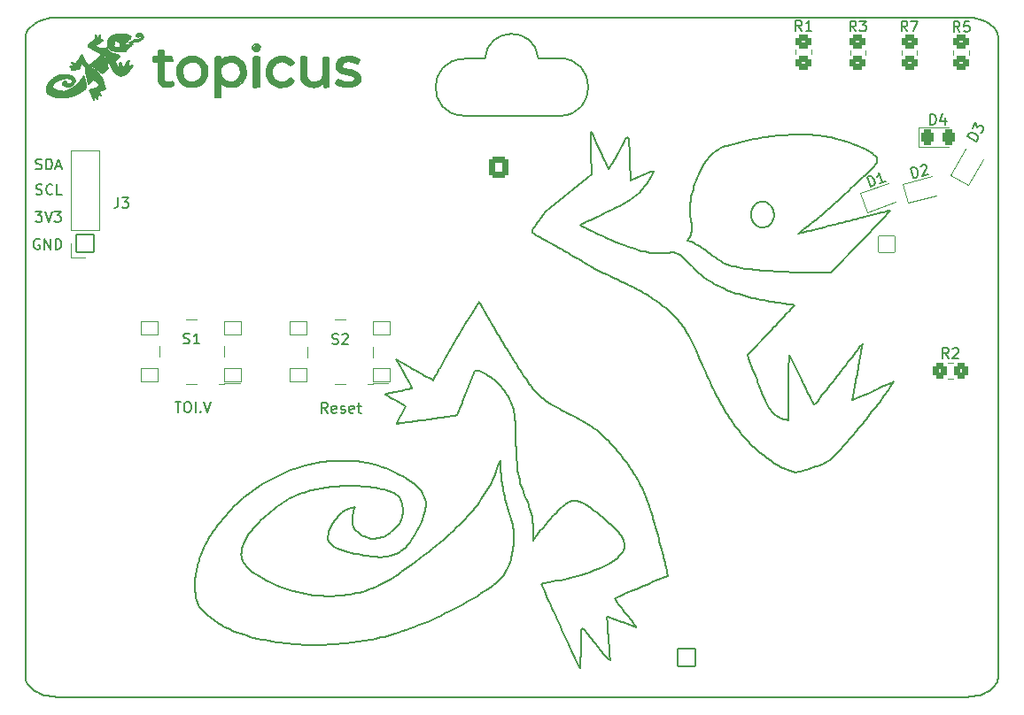
<source format=gto>
G04 #@! TF.GenerationSoftware,KiCad,Pcbnew,(6.0.0)*
G04 #@! TF.CreationDate,2022-02-16T09:51:19+01:00*
G04 #@! TF.ProjectId,drawing.kicad_v2_pcb,64726177-696e-4672-9e6b-696361645f76,v2.1*
G04 #@! TF.SameCoordinates,Original*
G04 #@! TF.FileFunction,Legend,Top*
G04 #@! TF.FilePolarity,Positive*
%FSLAX46Y46*%
G04 Gerber Fmt 4.6, Leading zero omitted, Abs format (unit mm)*
G04 Created by KiCad (PCBNEW (6.0.0)) date 2022-02-16 09:51:19*
%MOMM*%
%LPD*%
G01*
G04 APERTURE LIST*
G04 Aperture macros list*
%AMRoundRect*
0 Rectangle with rounded corners*
0 $1 Rounding radius*
0 $2 $3 $4 $5 $6 $7 $8 $9 X,Y pos of 4 corners*
0 Add a 4 corners polygon primitive as box body*
4,1,4,$2,$3,$4,$5,$6,$7,$8,$9,$2,$3,0*
0 Add four circle primitives for the rounded corners*
1,1,$1+$1,$2,$3*
1,1,$1+$1,$4,$5*
1,1,$1+$1,$6,$7*
1,1,$1+$1,$8,$9*
0 Add four rect primitives between the rounded corners*
20,1,$1+$1,$2,$3,$4,$5,0*
20,1,$1+$1,$4,$5,$6,$7,0*
20,1,$1+$1,$6,$7,$8,$9,0*
20,1,$1+$1,$8,$9,$2,$3,0*%
G04 Aperture macros list end*
G04 #@! TA.AperFunction,Profile*
%ADD10C,0.150000*%
G04 #@! TD*
%ADD11C,0.200000*%
%ADD12C,0.100000*%
G04 #@! TA.AperFunction,Profile*
%ADD13C,0.200000*%
G04 #@! TD*
%ADD14C,0.150000*%
%ADD15C,0.120000*%
%ADD16RoundRect,0.300800X-0.600000X-0.750000X0.600000X-0.750000X0.600000X0.750000X-0.600000X0.750000X0*%
%ADD17O,1.801600X2.101600*%
%ADD18RoundRect,0.300800X-0.151491X-0.534018X0.459309X-0.311705X0.151491X0.534018X-0.459309X0.311705X0*%
%ADD19RoundRect,0.300800X-0.197457X-0.518783X0.430394X-0.350550X0.197457X0.518783X-0.430394X0.350550X0*%
%ADD20RoundRect,0.300800X0.227211X-0.506458X0.552211X0.056458X-0.227211X0.506458X-0.552211X-0.056458X0*%
%ADD21RoundRect,0.300800X-0.325000X-0.450000X0.325000X-0.450000X0.325000X0.450000X-0.325000X0.450000X0*%
%ADD22RoundRect,0.300800X0.450000X-0.350000X0.450000X0.350000X-0.450000X0.350000X-0.450000X-0.350000X0*%
%ADD23RoundRect,0.050800X0.850000X0.850000X-0.850000X0.850000X-0.850000X-0.850000X0.850000X-0.850000X0*%
%ADD24O,1.801600X1.801600*%
%ADD25RoundRect,0.050800X0.775000X0.650000X-0.775000X0.650000X-0.775000X-0.650000X0.775000X-0.650000X0*%
%ADD26RoundRect,0.300800X-0.350000X-0.450000X0.350000X-0.450000X0.350000X0.450000X-0.350000X0.450000X0*%
%ADD27O,1.351600X1.051600*%
%ADD28O,1.101600X1.651600*%
%ADD29C,1.001600*%
%ADD30RoundRect,0.050800X-0.800000X0.800000X-0.800000X-0.800000X0.800000X-0.800000X0.800000X0.800000X0*%
%ADD31C,1.701600*%
%ADD32RoundRect,0.050800X-0.850000X-0.850000X0.850000X-0.850000X0.850000X0.850000X-0.850000X0.850000X0*%
G04 APERTURE END LIST*
D10*
X157096620Y-70834873D02*
X147866620Y-70804873D01*
X147916669Y-65364807D02*
X149926620Y-65364873D01*
X157036620Y-65324874D02*
X155026620Y-65314873D01*
X155026619Y-65314873D02*
G75*
G03*
X149926620Y-65364873I-2548019J-227008D01*
G01*
X147916669Y-65394800D02*
G75*
G03*
X147866620Y-70804873I0J-2705268D01*
G01*
X157096620Y-70834872D02*
G75*
G03*
X157036620Y-65324874I-41644J2754872D01*
G01*
D11*
X110392413Y-66182059D02*
X110291556Y-66118347D01*
X124649944Y-65420474D02*
X124649944Y-65638501D01*
X127884374Y-64602273D02*
X127744419Y-64438273D01*
X127736082Y-64231523D01*
X127808412Y-64101372D01*
X126804665Y-113433072D02*
X126896019Y-113612255D01*
X127003377Y-113783145D01*
X127129501Y-113948021D01*
X127277157Y-114109160D01*
X127449106Y-114268843D01*
X127648114Y-114429348D01*
X127876942Y-114592954D01*
X128047427Y-114704873D01*
X128233212Y-114819859D01*
X128435117Y-114938585D01*
X128653961Y-115061729D01*
X128890563Y-115189964D01*
X129015779Y-115256203D01*
X113627906Y-66518252D02*
X113472028Y-66660013D01*
X113349813Y-66729183D01*
X149918191Y-95499039D02*
X149726593Y-95410860D01*
X149538975Y-95333338D01*
X149350037Y-95265513D01*
X149187219Y-95225061D01*
X124405241Y-109985659D02*
X124648098Y-109672895D01*
X124897209Y-109367334D01*
X125152449Y-109069049D01*
X125413692Y-108778114D01*
X125680813Y-108494604D01*
X125953687Y-108218593D01*
X126232189Y-107950155D01*
X126516192Y-107689364D01*
X126805572Y-107436294D01*
X127100204Y-107191020D01*
X127399962Y-106953615D01*
X127704720Y-106724154D01*
X128014354Y-106502712D01*
X128328738Y-106289362D01*
X128647746Y-106084178D01*
X128971255Y-105887234D01*
X129299137Y-105698606D01*
X129631268Y-105518366D01*
X129967522Y-105346590D01*
X130307775Y-105183351D01*
X130651901Y-105028723D01*
X130999774Y-104882782D01*
X131351269Y-104745600D01*
X131706261Y-104617252D01*
X132064625Y-104497812D01*
X132426234Y-104387355D01*
X132790965Y-104285954D01*
X133158691Y-104193684D01*
X133529288Y-104110620D01*
X133902629Y-104036834D01*
X134278590Y-103972401D01*
X134657046Y-103917397D01*
X121737352Y-68072177D02*
X121521799Y-68025379D01*
X121314851Y-67947432D01*
X121122642Y-67841895D01*
X120951303Y-67712326D01*
X120806966Y-67562286D01*
X120765915Y-67508339D01*
X124762048Y-67725337D02*
X124667881Y-67635111D01*
X152877100Y-101800669D02*
X152870825Y-101569565D01*
X152864646Y-101351154D01*
X152858489Y-101144913D01*
X152845948Y-100766847D01*
X152832619Y-100431185D01*
X152817915Y-100133744D01*
X152801254Y-99870340D01*
X152782050Y-99636792D01*
X152759718Y-99428914D01*
X152719079Y-99156083D01*
X152668115Y-98917484D01*
X152604855Y-98698999D01*
X152527325Y-98486511D01*
X152433552Y-98265903D01*
X152361039Y-98107348D01*
X180368377Y-104760676D02*
X179570230Y-104974523D01*
X150257804Y-90167489D02*
X150412087Y-90433434D01*
X150565266Y-90696488D01*
X150717244Y-90956493D01*
X150867924Y-91213293D01*
X151017208Y-91466732D01*
X151165001Y-91716654D01*
X151311204Y-91962902D01*
X151455721Y-92205320D01*
X151598454Y-92443752D01*
X151739308Y-92678041D01*
X151878185Y-92908031D01*
X152014988Y-93133567D01*
X152149620Y-93354490D01*
X152281984Y-93570646D01*
X152411983Y-93781878D01*
X152539520Y-93988030D01*
X152664499Y-94188945D01*
X152786822Y-94384467D01*
X152906392Y-94574440D01*
X153023113Y-94758707D01*
X153136887Y-94937113D01*
X153247618Y-95109500D01*
X153459561Y-95435595D01*
X153658167Y-95735742D01*
X153842659Y-96008691D01*
X154012263Y-96253191D01*
X154166202Y-96467992D01*
X119213509Y-65633961D02*
X119218906Y-66490439D01*
X121737352Y-68072177D02*
X121737352Y-68072177D01*
X132930713Y-67215678D02*
X133045716Y-67395514D01*
X133217742Y-67535190D01*
X133410508Y-67604837D01*
X133611394Y-67624562D01*
X177092867Y-79267510D02*
X176934325Y-79144786D01*
X176749787Y-79066673D01*
X176537656Y-79044714D01*
X176485500Y-79044215D01*
X124667881Y-69095728D02*
X124407717Y-69095728D01*
X131912861Y-121398741D02*
X131540087Y-121371397D01*
X131163015Y-121336965D01*
X130783188Y-121295752D01*
X130402149Y-121248065D01*
X130021441Y-121194211D01*
X129642608Y-121134496D01*
X129267194Y-121069228D01*
X128896742Y-120998713D01*
X128532796Y-120923258D01*
X128176898Y-120843170D01*
X127830594Y-120758756D01*
X127495426Y-120670322D01*
X127172937Y-120578175D01*
X126864672Y-120482623D01*
X126572173Y-120383972D01*
X126296985Y-120282529D01*
X133611394Y-67624562D02*
X133828665Y-67606681D01*
X134045296Y-67538422D01*
X134223037Y-67418589D01*
X134362724Y-67246625D01*
X134439665Y-67091570D01*
X162729519Y-74246823D02*
X162825139Y-74067016D01*
X162997196Y-73741652D01*
X163145287Y-73463270D01*
X163271349Y-73233451D01*
X163377317Y-73053778D01*
X163502831Y-72881751D01*
X163687505Y-73032605D01*
X163719134Y-73332997D01*
X163734063Y-73611427D01*
X163746325Y-73954238D01*
X163757857Y-74363011D01*
X163763954Y-74592627D01*
X163770594Y-74839327D01*
X163778021Y-75103309D01*
X116237630Y-63947781D02*
X116224189Y-63968895D01*
X136815764Y-65191035D02*
X137030159Y-65189360D01*
X137250643Y-65206525D01*
X137463112Y-65244759D01*
X137526938Y-65260499D01*
X113006301Y-68582868D02*
X113133399Y-68736900D01*
X153865764Y-107476714D02*
X153729372Y-107139769D01*
X153606753Y-106822413D01*
X153497086Y-106519939D01*
X153399552Y-106227641D01*
X153313330Y-105940812D01*
X153237602Y-105654746D01*
X153171547Y-105364736D01*
X153114346Y-105066077D01*
X153065179Y-104754063D01*
X153023226Y-104423986D01*
X152987667Y-104071141D01*
X152957683Y-103690821D01*
X152944526Y-103488887D01*
X152932454Y-103278320D01*
X152921367Y-103058531D01*
X152911161Y-102828932D01*
X152901733Y-102588934D01*
X152892982Y-102337950D01*
X152884805Y-102075391D01*
X152877100Y-101800669D01*
X116965647Y-63653289D02*
X116770116Y-63724100D01*
X116669922Y-63726489D01*
X112184121Y-65940756D02*
X112352815Y-65814158D01*
X112537273Y-65665304D01*
X112702229Y-65528109D01*
X112856971Y-65395911D01*
X113019973Y-65249490D01*
X113035495Y-65234458D01*
X138417812Y-111084390D02*
X138618989Y-111178910D01*
X138808885Y-111248457D01*
X139018811Y-111284562D01*
X139243949Y-111287665D01*
X139407220Y-111280926D01*
X111412816Y-65072200D02*
X111514928Y-65245229D01*
X111600956Y-65391817D01*
X115910555Y-65534253D02*
X115877257Y-65744858D01*
X115860987Y-65831401D01*
D12*
X119214900Y-65173860D02*
X119994680Y-65217040D01*
X119994680Y-65217040D02*
X120007380Y-65229740D01*
X120007380Y-65229740D02*
X120050560Y-65613280D01*
X120050560Y-65613280D02*
X119242840Y-65625980D01*
X119242840Y-65625980D02*
X119186960Y-66956940D01*
X119186960Y-66956940D02*
X119242840Y-67482720D01*
X119242840Y-67482720D02*
X119567960Y-67650360D01*
X119567960Y-67650360D02*
X120050560Y-67523360D01*
X120050560Y-67523360D02*
X120164860Y-67906900D01*
X120164860Y-67906900D02*
X119753380Y-68061840D01*
X119753380Y-68061840D02*
X119100600Y-68005960D01*
X119100600Y-68005960D02*
X118747540Y-67622420D01*
X118747540Y-67622420D02*
X118734840Y-65669160D01*
X118734840Y-65669160D02*
X118237000Y-65669160D01*
X118237000Y-65669160D02*
X118196360Y-65217040D01*
X118196360Y-65217040D02*
X118704360Y-65229740D01*
X118704360Y-65229740D02*
X118719600Y-64607440D01*
X118719600Y-64607440D02*
X119199660Y-64551560D01*
X119199660Y-64551560D02*
X119214900Y-65173860D01*
G36*
X119214900Y-65173860D02*
G01*
X119994680Y-65217040D01*
X120007380Y-65229740D01*
X120050560Y-65613280D01*
X119242840Y-65625980D01*
X119186960Y-66956940D01*
X119242840Y-67482720D01*
X119567960Y-67650360D01*
X120050560Y-67523360D01*
X120164860Y-67906900D01*
X119753380Y-68061840D01*
X119100600Y-68005960D01*
X118747540Y-67622420D01*
X118734840Y-65669160D01*
X118237000Y-65669160D01*
X118196360Y-65217040D01*
X118704360Y-65229740D01*
X118719600Y-64607440D01*
X119199660Y-64551560D01*
X119214900Y-65173860D01*
G37*
X119214900Y-65173860D02*
X119994680Y-65217040D01*
X120007380Y-65229740D01*
X120050560Y-65613280D01*
X119242840Y-65625980D01*
X119186960Y-66956940D01*
X119242840Y-67482720D01*
X119567960Y-67650360D01*
X120050560Y-67523360D01*
X120164860Y-67906900D01*
X119753380Y-68061840D01*
X119100600Y-68005960D01*
X118747540Y-67622420D01*
X118734840Y-65669160D01*
X118237000Y-65669160D01*
X118196360Y-65217040D01*
X118704360Y-65229740D01*
X118719600Y-64607440D01*
X119199660Y-64551560D01*
X119214900Y-65173860D01*
D11*
X132856013Y-65212511D02*
X132864983Y-66154190D01*
X116933762Y-63055526D02*
X116750364Y-63145929D01*
X116743170Y-63164508D01*
X131500777Y-67731952D02*
X131338666Y-67861519D01*
X131142428Y-67965104D01*
X130922880Y-68039350D01*
X130690845Y-68080896D01*
X130457141Y-68086384D01*
X130380740Y-68079620D01*
X111127407Y-66354369D02*
X110918073Y-66392083D01*
X110704036Y-66424330D01*
X110493999Y-66452828D01*
X110428608Y-66459051D01*
X112130125Y-68381747D02*
X112286288Y-68334239D01*
X162991963Y-119236536D02*
X162785911Y-119156385D01*
X162588816Y-119081487D01*
X162344084Y-118991183D01*
X162125182Y-118913551D01*
X161896506Y-118837233D01*
X161702618Y-118780956D01*
X161611592Y-118772101D01*
X126296985Y-120282529D02*
X126044655Y-120182617D01*
X125802054Y-120081454D01*
X125568604Y-119978685D01*
X125343724Y-119873957D01*
X125126837Y-119766919D01*
X124917363Y-119657216D01*
X124714722Y-119544497D01*
X124518336Y-119428407D01*
X124327626Y-119308595D01*
X124142013Y-119184708D01*
X123960918Y-119056392D01*
X123783761Y-118923294D01*
X123609964Y-118785063D01*
X123438947Y-118641344D01*
X123270132Y-118491785D01*
X123102940Y-118336034D01*
X165290232Y-77480250D02*
X165163966Y-77641323D01*
X165034660Y-77795536D01*
X164855953Y-77991902D01*
X164668077Y-78179484D01*
X164519860Y-78315579D01*
X164364369Y-78448654D01*
X164200697Y-78579530D01*
X164027938Y-78709032D01*
X163845183Y-78837982D01*
X163651527Y-78967204D01*
X159035235Y-81266634D02*
X159206070Y-81384605D01*
X159450219Y-81516150D01*
X159660010Y-81623464D01*
X159900704Y-81743282D01*
X160166544Y-81872867D01*
X160451772Y-82009483D01*
X160750630Y-82150395D01*
X161057362Y-82292868D01*
X161366210Y-82434165D01*
X161671416Y-82571551D01*
X161967223Y-82702291D01*
X162247873Y-82823648D01*
X162507610Y-82932888D01*
X162740676Y-83027274D01*
X184727386Y-101856445D02*
X184585145Y-102020918D01*
X184436717Y-102189676D01*
X184284626Y-102360001D01*
X184131399Y-102529176D01*
X183979562Y-102694483D01*
X183831643Y-102853205D01*
X183690166Y-103002623D01*
X183515920Y-103182680D01*
X183363607Y-103334924D01*
X183267370Y-103426982D01*
X115806414Y-65657210D02*
X115910555Y-65534253D01*
X112441305Y-63726399D02*
X112713069Y-63505366D01*
X112708095Y-63256231D02*
X112710739Y-63056229D01*
X112718651Y-63024636D01*
X113214431Y-65058262D02*
X113286612Y-65090472D01*
X113349823Y-66729183D02*
X113204383Y-66566642D01*
X113042655Y-66419785D01*
X112920486Y-66326876D01*
X178895765Y-99928103D02*
X178905165Y-98372529D01*
X154526981Y-110487063D02*
X154525474Y-110278828D01*
X154516891Y-109988033D01*
X154499428Y-109717227D01*
X154471635Y-109459794D01*
X154432057Y-109209123D01*
X154379241Y-108958600D01*
X154311736Y-108701610D01*
X154228089Y-108431540D01*
X154162638Y-108240961D01*
X154088937Y-108039669D01*
X154006555Y-107825705D01*
X153915062Y-107597110D01*
X153865764Y-107476714D01*
X175029138Y-93738796D02*
X175158360Y-94068598D01*
X109944790Y-67739114D02*
X110081159Y-67823130D01*
X119215130Y-64889587D02*
X119215130Y-65203481D01*
X111303334Y-65150404D02*
X111382346Y-65021635D01*
X137400176Y-108626873D02*
X137319587Y-108856442D01*
X137274213Y-109061373D01*
X137246086Y-109275866D01*
X137235457Y-109491291D01*
X137242577Y-109699021D01*
X137276819Y-109934713D01*
X137339677Y-110128042D01*
X137355726Y-110160141D01*
X115098267Y-64664466D02*
X114886584Y-64654717D01*
X114673791Y-64639340D01*
X114453202Y-64607707D01*
X114258497Y-64540377D01*
X114139039Y-64459322D01*
X134533100Y-67847440D02*
X134533100Y-67639395D01*
X124704086Y-66935659D02*
X124773510Y-67123544D01*
X124906881Y-67322307D01*
X125083460Y-67476439D01*
X125294072Y-67581087D01*
X125529545Y-67631399D01*
X125729658Y-67629267D01*
X125935114Y-67586772D01*
X159170766Y-119876796D02*
X159148188Y-120085873D01*
X159136363Y-120297312D01*
X159127707Y-120504886D01*
X159120044Y-120739818D01*
X159113632Y-120995839D01*
X159109800Y-121197922D01*
X159106926Y-121405694D01*
X158870902Y-123411785D02*
X158780782Y-123232660D01*
X158630224Y-122918424D01*
X158535155Y-122716946D01*
X158428424Y-122489258D01*
X158311183Y-122237884D01*
X158184581Y-121965345D01*
X158049766Y-121674165D01*
X157907889Y-121366866D01*
X157760100Y-121045972D01*
X157607548Y-120714005D01*
X157451383Y-120373487D01*
X157292753Y-120026943D01*
X157132810Y-119676893D01*
X156972703Y-119325862D01*
X156813580Y-118976371D01*
X156656593Y-118630945D01*
X156502890Y-118292105D01*
X156353621Y-117962374D01*
X156209936Y-117644275D01*
X156072985Y-117340331D01*
X155943916Y-117053065D01*
X155823880Y-116784999D01*
X155714026Y-116538656D01*
X155615505Y-116316559D01*
X155529465Y-116121231D01*
X155399428Y-115820972D01*
X155326725Y-115634420D01*
X113188406Y-64380206D02*
X113381696Y-64432368D01*
X113551198Y-64440295D01*
X170723644Y-94691570D02*
X170613289Y-94433444D01*
X170506885Y-94186484D01*
X170404197Y-93950279D01*
X170304987Y-93724420D01*
X170209020Y-93508499D01*
X170116059Y-93302105D01*
X170025868Y-93104830D01*
X169938211Y-92916265D01*
X169769553Y-92563625D01*
X169608194Y-92240911D01*
X169452246Y-91944849D01*
X169299817Y-91672166D01*
X169149018Y-91419587D01*
X168997958Y-91183837D01*
X168844748Y-90961644D01*
X168687497Y-90749733D01*
X168524315Y-90544829D01*
X168353313Y-90343660D01*
X168172600Y-90142950D01*
X167980286Y-89939426D01*
X129589461Y-66889624D02*
X129660978Y-67093436D01*
X129764174Y-67267440D01*
X129926414Y-67434221D01*
X130126600Y-67552054D01*
X130319389Y-67610487D01*
X130533204Y-67630746D01*
X130380740Y-68079620D02*
X130164283Y-68041578D01*
X129963862Y-67981135D01*
X129780399Y-67898961D01*
X129576326Y-67766704D01*
X129401997Y-67602849D01*
X129259213Y-67408705D01*
X129149779Y-67185581D01*
X119419648Y-68074558D02*
X119200579Y-68016387D01*
X119020160Y-67918179D01*
X118862386Y-67757859D01*
X118767655Y-67576333D01*
X118739658Y-67486945D01*
X110723253Y-67304334D02*
X110739242Y-67511885D01*
X110693977Y-67642888D01*
X156083417Y-115465778D02*
X156439103Y-115398783D01*
X156790189Y-115328777D01*
X157136194Y-115255894D01*
X157476638Y-115180269D01*
X157811039Y-115102035D01*
X158138918Y-115021326D01*
X158459793Y-114938276D01*
X158773183Y-114853019D01*
X159078609Y-114765690D01*
X159375590Y-114676421D01*
X159663644Y-114585348D01*
X159942292Y-114492603D01*
X160211052Y-114398322D01*
X160469444Y-114302638D01*
X160716987Y-114205685D01*
X160953202Y-114107597D01*
X114968420Y-66983503D02*
X114968407Y-66983384D01*
X112224293Y-64316409D02*
X112048366Y-64215889D01*
X112004567Y-64186798D01*
X137285013Y-108320131D02*
X137559294Y-108270691D01*
X113883028Y-64577929D02*
X114038391Y-64718244D01*
X114219052Y-64834129D01*
X114323625Y-64880440D01*
X157928401Y-78201392D02*
X160127901Y-76442441D01*
X112592612Y-69077964D02*
X112578149Y-69283380D01*
X112574673Y-69318804D01*
X112822286Y-63243431D02*
X112906755Y-63425053D01*
X112919357Y-63445202D01*
X134757310Y-65212511D02*
X135008424Y-65212511D01*
X180172363Y-96046271D02*
X180291440Y-96289314D01*
X180407655Y-96526105D01*
X180520384Y-96755395D01*
X180629006Y-96975933D01*
X180732899Y-97186468D01*
X180831441Y-97385751D01*
X180924009Y-97572532D01*
X181050301Y-97826526D01*
X181159653Y-98045356D01*
X181249966Y-98224805D01*
X181352478Y-98424910D01*
X181385679Y-98484664D01*
X122362112Y-65704679D02*
X122164204Y-65646945D01*
X121968418Y-65643224D01*
X144964379Y-96120755D02*
X145085152Y-95947702D01*
X145188456Y-95770910D01*
X145287660Y-95594476D01*
X145398568Y-95392222D01*
X145518394Y-95169034D01*
X145612441Y-94990843D01*
X145644354Y-94929796D01*
X117118942Y-63195555D02*
X116970796Y-63053806D01*
X116933762Y-63055526D01*
X120022285Y-65633961D02*
X119617895Y-65633961D01*
X118470757Y-65633961D02*
X118228612Y-65633961D01*
X185551448Y-95296194D02*
X185500693Y-95570822D01*
X185451356Y-95838255D01*
X185403693Y-96097088D01*
X185357959Y-96345915D01*
X185314410Y-96583327D01*
X185273301Y-96807920D01*
X185234888Y-97018287D01*
X185182885Y-97304086D01*
X185138387Y-97549965D01*
X185102257Y-97751177D01*
X185062981Y-97974380D01*
X185052709Y-98039349D01*
X112928278Y-69271653D02*
X112796382Y-69115100D01*
X112764358Y-69074504D01*
X143596549Y-95365761D02*
X143795874Y-95480340D01*
X143987329Y-95589631D01*
X144168546Y-95692329D01*
X144390152Y-95816744D01*
X144583739Y-95924016D01*
X144777775Y-96029283D01*
X144959647Y-96119767D01*
X144964379Y-96120755D01*
X120640383Y-65965883D02*
X120741260Y-65788609D01*
X120878365Y-65616423D01*
X121043482Y-65471925D01*
X121214829Y-65364307D01*
X121268885Y-65336291D01*
X124156684Y-65212448D02*
X124403316Y-65207447D01*
X183727285Y-95571400D02*
X183961128Y-95268995D01*
X184188555Y-94975071D01*
X184408380Y-94691148D01*
X184619422Y-94418748D01*
X184820495Y-94159394D01*
X185010417Y-93914608D01*
X185188004Y-93685911D01*
X185352073Y-93474826D01*
X185501438Y-93282874D01*
X185634918Y-93111578D01*
X185802763Y-92896693D01*
X185928206Y-92736843D01*
X186035911Y-92602800D01*
X109800087Y-67500581D02*
X109892868Y-67570508D01*
X178405904Y-88780305D02*
X178623525Y-88808581D01*
X178827709Y-88836120D01*
X179057108Y-88868463D01*
X179282765Y-88902456D01*
X179487746Y-88938779D01*
X179515713Y-88947511D01*
X123404219Y-66970340D02*
X123344336Y-67162693D01*
X123257871Y-67350122D01*
X123145841Y-67532391D01*
X123112106Y-67575215D01*
X137355726Y-110160141D02*
X137481712Y-110355130D01*
X137615069Y-110512216D01*
X137772432Y-110662835D01*
X137952126Y-110805529D01*
X138152477Y-110938844D01*
X138326508Y-111037763D01*
X138417812Y-111084390D01*
X113282847Y-68408282D02*
X113092513Y-68491779D01*
X113006301Y-68582868D01*
X136465924Y-66311895D02*
X136661091Y-66369195D01*
X136870473Y-66416276D01*
X137071202Y-66456672D01*
X137133915Y-66468650D01*
X122120688Y-67624430D02*
X122320275Y-67572901D01*
X122502263Y-67476045D01*
X122659787Y-67340228D01*
X122785982Y-67171814D01*
X122873984Y-66977171D01*
X122893645Y-66907562D01*
X136613749Y-68078752D02*
X136613749Y-68078752D01*
X124407717Y-69095728D02*
X124147556Y-69095728D01*
X133344823Y-68073746D02*
X133125588Y-68024753D01*
X132916607Y-67938912D01*
X132735445Y-67825204D01*
X132599664Y-67692616D01*
X131507143Y-65910744D02*
X131324163Y-66030201D01*
X111746691Y-67541912D02*
X111788064Y-67743659D01*
X111784947Y-67864960D01*
X155027950Y-80938768D02*
X155728897Y-79960346D01*
X116278857Y-65975692D02*
X116153421Y-66158439D01*
X116029046Y-66320257D01*
X115892501Y-66492221D01*
X115746460Y-66668416D01*
X152301771Y-108942853D02*
X152362680Y-109137489D01*
X152443446Y-109420195D01*
X152511765Y-109694097D01*
X152567940Y-109961774D01*
X152612275Y-110225808D01*
X152645072Y-110488779D01*
X152666636Y-110753266D01*
X152677268Y-111021851D01*
X152677273Y-111297114D01*
X152666954Y-111581634D01*
X152646615Y-111877993D01*
D12*
X128432560Y-64168020D02*
X128389380Y-64437260D01*
X128389380Y-64437260D02*
X128178560Y-64635380D01*
X128178560Y-64635380D02*
X127782320Y-64564260D01*
X127782320Y-64564260D02*
X127723900Y-64322960D01*
X127723900Y-64322960D02*
X127922020Y-64053720D01*
X127922020Y-64053720D02*
X127922020Y-64025780D01*
X127922020Y-64025780D02*
X128219200Y-63997840D01*
X128219200Y-63997840D02*
X128432560Y-64168020D01*
G36*
X128432560Y-64168020D02*
G01*
X128389380Y-64437260D01*
X128178560Y-64635380D01*
X127782320Y-64564260D01*
X127723900Y-64322960D01*
X127922020Y-64053720D01*
X127922020Y-64025780D01*
X128219200Y-63997840D01*
X128432560Y-64168020D01*
G37*
X128432560Y-64168020D02*
X128389380Y-64437260D01*
X128178560Y-64635380D01*
X127782320Y-64564260D01*
X127723900Y-64322960D01*
X127922020Y-64053720D01*
X127922020Y-64025780D01*
X128219200Y-63997840D01*
X128432560Y-64168020D01*
D11*
X110081159Y-67823130D02*
X110236197Y-67814875D01*
X115202376Y-65953131D02*
X115292594Y-66137871D01*
X115348786Y-66243995D01*
X128326974Y-66629033D02*
X128326974Y-68055495D01*
X136456081Y-65707272D02*
X136291801Y-65844500D01*
X136243264Y-66059433D01*
X136347648Y-66238512D01*
X136465924Y-66311895D01*
X118712903Y-65203481D02*
X118712903Y-64889587D01*
X114224311Y-66189480D02*
X114132796Y-66002165D01*
X114047629Y-65813739D01*
X114026718Y-65765880D01*
X134439665Y-67091570D02*
X134488258Y-66970311D01*
X178657579Y-99884263D02*
X178895765Y-99928103D01*
X159169662Y-107825776D02*
X158942108Y-107740961D01*
X158729597Y-107685116D01*
X158527967Y-107659724D01*
X158268865Y-107675800D01*
X158011849Y-107752163D01*
X157814524Y-107851114D01*
X157608666Y-107987436D01*
X157390113Y-108162612D01*
X157235304Y-108301714D01*
X157071772Y-108459182D01*
X156898283Y-108635457D01*
X111382346Y-65021635D02*
X111412816Y-65072200D01*
X137941069Y-65436584D02*
X137842894Y-65629622D01*
X137746049Y-65807318D01*
X137732342Y-65829528D01*
X108145252Y-67921465D02*
X108245514Y-67744202D01*
X108372999Y-67578070D01*
X108523668Y-67421981D01*
X135783447Y-66338068D02*
X135744986Y-66131313D01*
X135744090Y-66045714D01*
X120022285Y-65203481D02*
X120022285Y-65418720D01*
X186035911Y-92602800D02*
X186001953Y-92815325D01*
X185958214Y-93064411D01*
X185915333Y-93304649D01*
X185864747Y-93585500D01*
X185827157Y-93792995D01*
X185786763Y-94015089D01*
X185743815Y-94250399D01*
X185698561Y-94497546D01*
X185651249Y-94755147D01*
X185602129Y-95021824D01*
X185551448Y-95296194D01*
X116743170Y-63164508D02*
X116881438Y-63186680D01*
X114569532Y-65660663D02*
X114634194Y-65854478D01*
X114714160Y-66062557D01*
X114796541Y-66257751D01*
X114805426Y-66274480D01*
X109892868Y-67570508D02*
X109944790Y-67739114D01*
X186617968Y-76149286D02*
X186432301Y-76324272D01*
X186264496Y-76483500D01*
X186076409Y-76662693D01*
X185871815Y-76858229D01*
X185654491Y-77066486D01*
X185504399Y-77210603D01*
X185351445Y-77357691D01*
X185196748Y-77506676D01*
X185041426Y-77656486D01*
X184886598Y-77806047D01*
X184733382Y-77954286D01*
X184582897Y-78100130D01*
X184436262Y-78242506D01*
X151500012Y-115053900D02*
X151342738Y-115208454D01*
X151166334Y-115368422D01*
X150971685Y-115533339D01*
X150759677Y-115702738D01*
X150531195Y-115876156D01*
X150287125Y-116053126D01*
X150028353Y-116233183D01*
X149755765Y-116415861D01*
X149470246Y-116600695D01*
X149172682Y-116787220D01*
X148863958Y-116974970D01*
X148544962Y-117163479D01*
X148216577Y-117352282D01*
X147879690Y-117540915D01*
X147535187Y-117728910D01*
X147183953Y-117915804D01*
X146826874Y-118101129D01*
X146464835Y-118284422D01*
X146098723Y-118465216D01*
X145729424Y-118643046D01*
X145357822Y-118817447D01*
X144984804Y-118987953D01*
X144611255Y-119154099D01*
X144238062Y-119315419D01*
X143866109Y-119471448D01*
X143496282Y-119621720D01*
X143129468Y-119765771D01*
X142766552Y-119903133D01*
X142408419Y-120033343D01*
X142055956Y-120155935D01*
X141710048Y-120270442D01*
X141371581Y-120376401D01*
X113884816Y-64228610D02*
X113890769Y-64047841D01*
X128066783Y-68055495D02*
X127806592Y-68055495D01*
X129015779Y-115256203D02*
X129198491Y-115350517D01*
X129381677Y-115441826D01*
X129565339Y-115530129D01*
X129749482Y-115615427D01*
X129934110Y-115697722D01*
X130119225Y-115777015D01*
X130304834Y-115853307D01*
X130490938Y-115926598D01*
X130864650Y-116064182D01*
X131240393Y-116189776D01*
X131618197Y-116303388D01*
X131998094Y-116405026D01*
X132380115Y-116494696D01*
X132764290Y-116572407D01*
X133150650Y-116638167D01*
X133539227Y-116691983D01*
X133930051Y-116733864D01*
X134323153Y-116763817D01*
X134718564Y-116781849D01*
X135116315Y-116787970D01*
X115051336Y-65832057D02*
X115062792Y-65662263D01*
X113149579Y-68843956D02*
X112960848Y-68773140D01*
X112904386Y-68763930D01*
X137491645Y-67402887D02*
X137522503Y-67198406D01*
X137400560Y-67026366D01*
X137387854Y-67018021D01*
X112713069Y-63505366D02*
X112708095Y-63256231D01*
D12*
X128348740Y-68077080D02*
X127767080Y-68089780D01*
X127767080Y-68089780D02*
X127767080Y-65201800D01*
X127767080Y-65201800D02*
X128361440Y-65173860D01*
X128361440Y-65173860D02*
X128348740Y-68077080D01*
G36*
X128348740Y-68077080D02*
G01*
X127767080Y-68089780D01*
X127767080Y-65201800D01*
X128361440Y-65173860D01*
X128348740Y-68077080D01*
G37*
X128348740Y-68077080D02*
X127767080Y-68089780D01*
X127767080Y-65201800D01*
X128361440Y-65173860D01*
X128348740Y-68077080D01*
D11*
X181385679Y-98484664D02*
X181541544Y-98322815D01*
X181685943Y-98151401D01*
X181871047Y-97926043D01*
X182015064Y-97748326D01*
X182174170Y-97550369D01*
X182347166Y-97333667D01*
X182532852Y-97099714D01*
X182730025Y-96850006D01*
X182937487Y-96586035D01*
X183154035Y-96309296D01*
X183378471Y-96021285D01*
X183609592Y-95723495D01*
X183727285Y-95571400D01*
X112993419Y-64738790D02*
X112812551Y-64650632D01*
X112632570Y-64552958D01*
X112605449Y-64536754D01*
X124147556Y-69095728D02*
X124152132Y-67154099D01*
X172666163Y-84870142D02*
X172486558Y-84763973D01*
X172307019Y-84644154D01*
X172139023Y-84525693D01*
X171962719Y-84396212D01*
X171785984Y-84261239D01*
X171683013Y-84179921D01*
X151388981Y-103799906D02*
X151437211Y-104632525D01*
D12*
X111744760Y-65674240D02*
X112240060Y-66210180D01*
X112240060Y-66210180D02*
X112877600Y-66593720D01*
X112877600Y-66593720D02*
X113329720Y-67315080D01*
X113329720Y-67315080D02*
X113626900Y-68249800D01*
X113626900Y-68249800D02*
X113642140Y-68249800D01*
X113642140Y-68249800D02*
X113032540Y-68475860D01*
X113032540Y-68475860D02*
X113047780Y-68803520D01*
X113047780Y-68803520D02*
X112509300Y-69184520D01*
X112509300Y-69184520D02*
X112156240Y-68376800D01*
X112156240Y-68376800D02*
X113047780Y-68066920D01*
X113047780Y-68066920D02*
X113019840Y-67698620D01*
X113019840Y-67698620D02*
X112453420Y-67358260D01*
X112453420Y-67358260D02*
X112014000Y-67825620D01*
X112014000Y-67825620D02*
X111815880Y-66268600D01*
X111815880Y-66268600D02*
X111574580Y-65956180D01*
X111574580Y-65956180D02*
X111277400Y-65872360D01*
X111277400Y-65872360D02*
X111079280Y-66352420D01*
X111079280Y-66352420D02*
X110441740Y-66438780D01*
X110441740Y-66438780D02*
X110540800Y-66027300D01*
X110540800Y-66027300D02*
X110413800Y-65702180D01*
X110413800Y-65702180D02*
X110865920Y-65885060D01*
X110865920Y-65885060D02*
X111348520Y-64993520D01*
X111348520Y-64993520D02*
X111744760Y-65674240D01*
G36*
X111744760Y-65674240D02*
G01*
X112240060Y-66210180D01*
X112877600Y-66593720D01*
X113329720Y-67315080D01*
X113626900Y-68249800D01*
X113642140Y-68249800D01*
X113032540Y-68475860D01*
X113047780Y-68803520D01*
X112509300Y-69184520D01*
X112156240Y-68376800D01*
X113047780Y-68066920D01*
X113019840Y-67698620D01*
X112453420Y-67358260D01*
X112014000Y-67825620D01*
X111815880Y-66268600D01*
X111574580Y-65956180D01*
X111277400Y-65872360D01*
X111079280Y-66352420D01*
X110441740Y-66438780D01*
X110540800Y-66027300D01*
X110413800Y-65702180D01*
X110865920Y-65885060D01*
X111348520Y-64993520D01*
X111744760Y-65674240D01*
G37*
X111744760Y-65674240D02*
X112240060Y-66210180D01*
X112877600Y-66593720D01*
X113329720Y-67315080D01*
X113626900Y-68249800D01*
X113642140Y-68249800D01*
X113032540Y-68475860D01*
X113047780Y-68803520D01*
X112509300Y-69184520D01*
X112156240Y-68376800D01*
X113047780Y-68066920D01*
X113019840Y-67698620D01*
X112453420Y-67358260D01*
X112014000Y-67825620D01*
X111815880Y-66268600D01*
X111574580Y-65956180D01*
X111277400Y-65872360D01*
X111079280Y-66352420D01*
X110441740Y-66438780D01*
X110540800Y-66027300D01*
X110413800Y-65702180D01*
X110865920Y-65885060D01*
X111348520Y-64993520D01*
X111744760Y-65674240D01*
D11*
X141696697Y-97183797D02*
X141946534Y-97131117D01*
X142180549Y-97081033D01*
X142393552Y-97034707D01*
X142622354Y-96983858D01*
X142828607Y-96936190D01*
X142961785Y-96900181D01*
X154426986Y-82009009D02*
X154449069Y-81804330D01*
X154560293Y-81614139D01*
X154676979Y-81437835D01*
X154831716Y-81214758D01*
X154974812Y-81013062D01*
X155027950Y-80938768D01*
X108036257Y-68485901D02*
X108034154Y-68283991D01*
X108077546Y-68088549D01*
X108145252Y-67921465D01*
X112605449Y-64536754D02*
X112426893Y-64431225D01*
X112247513Y-64329292D01*
X112224293Y-64316409D01*
X122246269Y-116378780D02*
X122222139Y-115991109D01*
X122219947Y-115599696D01*
X122239536Y-115205001D01*
X122280750Y-114807487D01*
X122309417Y-114607817D01*
X122343432Y-114407616D01*
X122382775Y-114206941D01*
X122427427Y-114005850D01*
X122477368Y-113804401D01*
X122532579Y-113602652D01*
X122593040Y-113400660D01*
X122658731Y-113198483D01*
X122729634Y-112996179D01*
X122805728Y-112793806D01*
X122886994Y-112591421D01*
X122973413Y-112389083D01*
X123064965Y-112186848D01*
X123161631Y-111984776D01*
X123263390Y-111782923D01*
X123370224Y-111581347D01*
X123482114Y-111380106D01*
X123599038Y-111179259D01*
X123720979Y-110978862D01*
X123847916Y-110778973D01*
X123979831Y-110579651D01*
X124116702Y-110380952D01*
X124258512Y-110182936D01*
X124405241Y-109985659D01*
X113633787Y-65123527D02*
X113462999Y-64994869D01*
X113278189Y-64882820D01*
X113091543Y-64785115D01*
X112993419Y-64738790D01*
X121798013Y-67623404D02*
X122002455Y-67637728D01*
X122120683Y-67624462D01*
X127808412Y-64101372D02*
X127995542Y-63995414D01*
X128208467Y-64013311D01*
X128359976Y-64133326D01*
X112574673Y-69318804D02*
X112473352Y-69136508D01*
X112383253Y-68947967D01*
X112349849Y-68875881D01*
X164952418Y-76556201D02*
X165176934Y-76455994D01*
X165386387Y-76365282D01*
X165576194Y-76285852D01*
X165778841Y-76205152D01*
X165981894Y-76133127D01*
X166070085Y-76120493D01*
X152646615Y-111877993D02*
X152621560Y-112132988D01*
X152589399Y-112382923D01*
X152550322Y-112627267D01*
X152504520Y-112865491D01*
X152452185Y-113097065D01*
X152393508Y-113321459D01*
X152328681Y-113538142D01*
X152257894Y-113746586D01*
X152181339Y-113946259D01*
X152099207Y-114136633D01*
X152011689Y-114317177D01*
X151870733Y-114568402D01*
X151718735Y-114794529D01*
X151556341Y-114993770D01*
X151500012Y-115053900D01*
X132864983Y-66154190D02*
X132873952Y-67095869D01*
X119215130Y-64575696D02*
X119215130Y-64889587D01*
X121028763Y-66383796D02*
X121009844Y-66595169D01*
X121017129Y-66795210D01*
X121028906Y-66875289D01*
X141536956Y-100281260D02*
X141582185Y-100070942D01*
X141667175Y-99886811D01*
X141765314Y-99694015D01*
X141860992Y-99515643D01*
X141914379Y-99418809D01*
X119419638Y-68074558D02*
X119419638Y-68074558D01*
X118228612Y-65418720D02*
X118228612Y-65203481D01*
X179875404Y-82100417D02*
X180080893Y-82056605D01*
X180320561Y-81998976D01*
X180525866Y-81948627D01*
X180764953Y-81889399D01*
X181035560Y-81821859D01*
X181335424Y-81746575D01*
X181662283Y-81664115D01*
X182013875Y-81575048D01*
X182387936Y-81479943D01*
X182582686Y-81430303D01*
X182782205Y-81379366D01*
X182986210Y-81327204D01*
X183194418Y-81273887D01*
X183406548Y-81219487D01*
X183622315Y-81164074D01*
X183841437Y-81107720D01*
X184063631Y-81050495D01*
X184288615Y-80992471D01*
X124649944Y-65202446D02*
X124649944Y-65420474D01*
X119617895Y-65633961D02*
X119213509Y-65633961D01*
X182954782Y-72891957D02*
X183242118Y-72954485D01*
X183539542Y-73027894D01*
X183844070Y-73111000D01*
X184152720Y-73202618D01*
X184462508Y-73301564D01*
X184770453Y-73406653D01*
X185073571Y-73516702D01*
X185368880Y-73630525D01*
X185653397Y-73746938D01*
X185924139Y-73864758D01*
X186178123Y-73982798D01*
X186412368Y-74099876D01*
X186623889Y-74214807D01*
X186809705Y-74326406D01*
X187033707Y-74484967D01*
X187092290Y-74534872D01*
X111615140Y-68324092D02*
X111438364Y-68458035D01*
X111262622Y-68567053D01*
X111065087Y-68673706D01*
X110853804Y-68774284D01*
X110636817Y-68865075D01*
X110422171Y-68942368D01*
X110217910Y-69002451D01*
X110076370Y-69033988D01*
X158995126Y-123641028D02*
X158870902Y-123411785D01*
X131696336Y-65785678D02*
X131525815Y-65898545D01*
X131507143Y-65910744D01*
X129674360Y-65425181D02*
X129856810Y-65324063D01*
X130048713Y-65251723D01*
X130254120Y-65207150D01*
X130477077Y-65189334D01*
X130613920Y-65190779D01*
X112220396Y-66020422D02*
X112140267Y-65969458D01*
X111757158Y-66201249D02*
X111649929Y-66029452D01*
X111630121Y-66006153D01*
X137559294Y-108270691D02*
X137400176Y-108626873D01*
X125582667Y-65637850D02*
X125377973Y-65656235D01*
X125233817Y-65705793D01*
X125930486Y-65677525D02*
X125731074Y-65635439D01*
X125582667Y-65637850D01*
X118964017Y-64575696D02*
X119215130Y-64575696D01*
X185877446Y-82876584D02*
X183036624Y-85852199D01*
X130533204Y-67630746D02*
X130736365Y-67615187D01*
X130932054Y-67556115D01*
X131104447Y-67448254D01*
X131212334Y-67346792D01*
X120065631Y-67536840D02*
X120146787Y-67712145D01*
X113367997Y-63611538D02*
X113219733Y-63763643D01*
X113034027Y-63879654D01*
X112850574Y-63973294D01*
X112650304Y-64068251D01*
X125935114Y-67586772D02*
X125935114Y-67586772D01*
X112004567Y-64186798D02*
X112087054Y-64063023D01*
X131202219Y-65906302D02*
X131037764Y-65767615D01*
X130841186Y-65674208D01*
X130634179Y-65637641D01*
X130528626Y-65634054D01*
X110461890Y-66360616D02*
X110509438Y-66247990D01*
X110236197Y-67814875D02*
X110405208Y-67692995D01*
X110480873Y-67567719D01*
X111188841Y-67629820D02*
X111322755Y-67477634D01*
X111446188Y-67307690D01*
X111548759Y-67130366D01*
X111574204Y-67070654D01*
X117099696Y-62974043D02*
X117235504Y-63130963D01*
X117313852Y-63270813D01*
X112771185Y-66539426D02*
X112925256Y-66684632D01*
X113055529Y-66836712D01*
X113178312Y-67002179D01*
X113289995Y-67183246D01*
X113300746Y-67203944D01*
X136135036Y-66680021D02*
X135961627Y-66563965D01*
X135825447Y-66412138D01*
X135783447Y-66338068D01*
X112919357Y-63445202D02*
X113024935Y-63264500D01*
X113035945Y-63243949D01*
X135811249Y-65702081D02*
X135940193Y-65512392D01*
X136118539Y-65367061D01*
X136312002Y-65277145D01*
X136544057Y-65218650D01*
X136767680Y-65193515D01*
X136815764Y-65191035D01*
X112569588Y-64105777D02*
X112793798Y-64213418D01*
X167381809Y-114838481D02*
X167173943Y-114930946D01*
X166938555Y-115031874D01*
X166712988Y-115127901D01*
X166450248Y-115239301D01*
X166256592Y-115321193D01*
X166049647Y-115408548D01*
X165830707Y-115500816D01*
X165601064Y-115597449D01*
X165362012Y-115697900D01*
X165114843Y-115801620D01*
X164860852Y-115908061D01*
X145644354Y-94929796D02*
X145815235Y-94603920D01*
X145983789Y-94286211D01*
X146150598Y-93975665D01*
X146316243Y-93671279D01*
X146481306Y-93372052D01*
X146646367Y-93076979D01*
X146812008Y-92785058D01*
X146978811Y-92495287D01*
X147147357Y-92206662D01*
X147318227Y-91918180D01*
X147492004Y-91628840D01*
X147669267Y-91337637D01*
X147850600Y-91043569D01*
X148036582Y-90745634D01*
X148227796Y-90442829D01*
X148424824Y-90134150D01*
X113189290Y-63571311D02*
X113321259Y-63518251D01*
X125935124Y-67586772D02*
X126128756Y-67496839D01*
X126300636Y-67357498D01*
X126425976Y-67198990D01*
X126459859Y-67140647D01*
X169303683Y-82765451D02*
X169486953Y-82488525D01*
X128071374Y-65207545D02*
X128326974Y-65202572D01*
X110291556Y-66118347D02*
X110424046Y-66082774D01*
X110437625Y-65760173D02*
X110400543Y-65698048D01*
X114995530Y-66413559D02*
X115037895Y-66213814D01*
X127884406Y-64602273D02*
X127884406Y-64602273D01*
X110428608Y-66459051D02*
X110461890Y-66360616D01*
X116080684Y-63974605D02*
X116237630Y-63947781D01*
X112920486Y-66326876D02*
X112725891Y-66239112D01*
X112563098Y-66173365D01*
X112087054Y-64063023D02*
X112224959Y-63912335D01*
X112389583Y-63768845D01*
X112441305Y-63726399D01*
X110449076Y-67343416D02*
X110252159Y-67245998D01*
X110046527Y-67209616D01*
X109844790Y-67198565D01*
X109729179Y-67202682D01*
X162740676Y-83027274D02*
X162929226Y-83101019D01*
X163294672Y-83239405D01*
X163645108Y-83365763D01*
X163981164Y-83480225D01*
X164303473Y-83582921D01*
X164612666Y-83673983D01*
X164909376Y-83753543D01*
X165194235Y-83821733D01*
X165467874Y-83878683D01*
X165730925Y-83924525D01*
X165984021Y-83959392D01*
X166227793Y-83983414D01*
X166462873Y-83996722D01*
X166689893Y-83999450D01*
X166909485Y-83991727D01*
X167122281Y-83973685D01*
X167226329Y-83960837D01*
X111166023Y-65371367D02*
X111272687Y-65200179D01*
X111303334Y-65150404D01*
X183267370Y-103426982D02*
X183093731Y-103585931D01*
X182907455Y-103744835D01*
X182736452Y-103871217D01*
X182560451Y-103977596D01*
X182359181Y-104076490D01*
X182166351Y-104158627D01*
X181933998Y-104250394D01*
X112914150Y-69019719D02*
X112927793Y-69226346D01*
X112928278Y-69271653D01*
X124667881Y-67635111D02*
X124667881Y-68365420D01*
X110570776Y-66045801D02*
X110488641Y-65846791D01*
X110437625Y-65760173D01*
X167226329Y-83960837D02*
X167498075Y-83926167D01*
X167729227Y-83905767D01*
X167929386Y-83903996D01*
X168164654Y-83938148D01*
X168384660Y-84023502D01*
X168612168Y-84170393D01*
X168801416Y-84327160D01*
X169017290Y-84528714D01*
X169180742Y-84690117D01*
X169363141Y-84874655D01*
X169462336Y-84976003D01*
X135008424Y-65212511D02*
X135013027Y-66633996D01*
X123112106Y-67575215D02*
X122956858Y-67729425D01*
X122775037Y-67861432D01*
X122575381Y-67965819D01*
X122366632Y-68037170D01*
X113595727Y-68273882D02*
X113411137Y-68354500D01*
X113282847Y-68408282D01*
X116784717Y-62971661D02*
X116984581Y-62927843D01*
X117099696Y-62974043D01*
X141645787Y-94514127D02*
X141419658Y-94116786D01*
X132386582Y-67262909D02*
X132362684Y-67051343D01*
X132356293Y-66823004D01*
X132352963Y-66579603D01*
X132350659Y-66325519D01*
X132349540Y-66176129D01*
X134497227Y-66091412D02*
X134506197Y-65212511D01*
X115024994Y-65155115D02*
X114881692Y-65308410D01*
X114754214Y-65443508D01*
X179570230Y-104974523D02*
X179090124Y-104806829D01*
X117313852Y-63270813D02*
X117214377Y-63444924D01*
X117054904Y-63589443D01*
X116965647Y-63653289D01*
X125108375Y-67967492D02*
X124932621Y-67869706D01*
X124774028Y-67736754D01*
X124762048Y-67725337D01*
X113321259Y-63518251D02*
X113367997Y-63611538D01*
X176485500Y-79044215D02*
X176246241Y-79066954D01*
X176030781Y-79133292D01*
X175841627Y-79240410D01*
X175681288Y-79385487D01*
X175552272Y-79565704D01*
X175457087Y-79778240D01*
X175398240Y-80020277D01*
X175379462Y-80219468D01*
X175378242Y-80288995D01*
X138027752Y-67266279D02*
X138006262Y-67470656D01*
X137968980Y-67562237D01*
X119215130Y-65203481D02*
X119618707Y-65203481D01*
X135744090Y-66045714D02*
X135754381Y-65839764D01*
X135811249Y-65702081D01*
X139407220Y-111280926D02*
X139617241Y-111264982D01*
X139832376Y-111233012D01*
X140029357Y-111183186D01*
X140222922Y-111111871D01*
X140367254Y-111045764D01*
D12*
X114914680Y-63723520D02*
X114909600Y-63728600D01*
X114909600Y-63728600D02*
X114627660Y-63649860D01*
X114627660Y-63649860D02*
X114686080Y-63063120D01*
X114686080Y-63063120D02*
X115260120Y-63014860D01*
X115260120Y-63014860D02*
X114914680Y-63723520D01*
G36*
X114914680Y-63723520D02*
G01*
X114909600Y-63728600D01*
X114627660Y-63649860D01*
X114686080Y-63063120D01*
X115260120Y-63014860D01*
X114914680Y-63723520D01*
G37*
X114914680Y-63723520D02*
X114909600Y-63728600D01*
X114627660Y-63649860D01*
X114686080Y-63063120D01*
X115260120Y-63014860D01*
X114914680Y-63723520D01*
D11*
X115348786Y-66243995D02*
X115481840Y-66079525D01*
X115623581Y-65896628D01*
X115765167Y-65711542D01*
X115806414Y-65657210D01*
X176000885Y-96303935D02*
X176074834Y-96500190D01*
X176149237Y-96695147D01*
X176223600Y-96887618D01*
X176297431Y-97076415D01*
X176406100Y-97350118D01*
X176510798Y-97608866D01*
X176609862Y-97848646D01*
X176701627Y-98065446D01*
X176784429Y-98255254D01*
X176878014Y-98459409D01*
X176962423Y-98622604D01*
X124152132Y-67154099D02*
X124156684Y-65212448D01*
X136613752Y-68078746D02*
X136411982Y-68051280D01*
X136198276Y-68002556D01*
X135995004Y-67938617D01*
X135824537Y-67865503D01*
X113245286Y-68881532D02*
X113149579Y-68843956D01*
X149187219Y-95225061D02*
X148977757Y-95204651D01*
X116881438Y-63186680D02*
X116937181Y-63186945D01*
X178932401Y-85780669D02*
X178932431Y-85780796D01*
X113349813Y-66729183D02*
X113349813Y-66729183D01*
X128326974Y-65202572D02*
X128326974Y-66629033D01*
X160924700Y-74160748D02*
X161046381Y-74425295D01*
X161163825Y-74677658D01*
X161275546Y-74914819D01*
X161380060Y-75133761D01*
X161475881Y-75331464D01*
X161587553Y-75556815D01*
X161696336Y-75766966D01*
X161782982Y-75904936D01*
X134506197Y-65212511D02*
X134757310Y-65212511D01*
X113857879Y-64282609D02*
X113884816Y-64228610D01*
X131696336Y-67473827D02*
X131578078Y-67646576D01*
X131500777Y-67731952D01*
X122650522Y-65329486D02*
X122826696Y-65429151D01*
X123002395Y-65569649D01*
X123151244Y-65739016D01*
X123259875Y-65911305D01*
X123287260Y-65964714D01*
X159639872Y-80958754D02*
X159432797Y-81047313D01*
X159234265Y-81140690D01*
X159054563Y-81243772D01*
X159035235Y-81266634D01*
X127806592Y-68055495D02*
X127811198Y-66634004D01*
X141349359Y-98031239D02*
X141143175Y-97921375D01*
X140953577Y-97818037D01*
X140745923Y-97701576D01*
X140549969Y-97586456D01*
X140383883Y-97470077D01*
X140385628Y-97465069D01*
X113133399Y-68736900D02*
X113245286Y-68881532D01*
X141847907Y-107511807D02*
X141734679Y-107343569D01*
X141596329Y-107192115D01*
X141422677Y-107062034D01*
X141220642Y-106947563D01*
X141151654Y-106912442D01*
X111784947Y-67864960D02*
X111759679Y-68072754D01*
X111671781Y-68265132D01*
X111615140Y-68324092D01*
X124403316Y-65207447D02*
X124649944Y-65202446D01*
X130613920Y-65190779D02*
X130821691Y-65207081D01*
X130954717Y-65228817D01*
X130380740Y-68079620D02*
X130380740Y-68079620D01*
X137879294Y-66787341D02*
X137991855Y-66963160D01*
X138027958Y-67166598D01*
X138027752Y-67266279D01*
X131912969Y-121398734D02*
X131912861Y-121398741D01*
X113495580Y-65257284D02*
X113626378Y-65411566D01*
X113730136Y-65589397D01*
X113805789Y-65788246D01*
X113852273Y-66005579D01*
X113865330Y-66137095D01*
X113551198Y-64440295D02*
X113743592Y-64441354D01*
X113035495Y-65234458D02*
X113214431Y-65058262D01*
X132599664Y-67692616D02*
X132486761Y-67514364D01*
X132402926Y-67317839D01*
X132386582Y-67262909D01*
X112120420Y-67723591D02*
X112038877Y-67828289D01*
X112025887Y-67727623D02*
X112000145Y-67523415D01*
X111931034Y-67324477D01*
X127089340Y-66644310D02*
X127075166Y-66873577D01*
X127032879Y-67087529D01*
X126962828Y-67285253D01*
X126865361Y-67465839D01*
X126740827Y-67628376D01*
X126693362Y-67678387D01*
X115098275Y-64664453D02*
X115098275Y-64664453D01*
X109457049Y-68505734D02*
X109669936Y-68513615D01*
X109890193Y-68486577D01*
X110104169Y-68427333D01*
X110298210Y-68338594D01*
X135743455Y-67558734D02*
X135839362Y-67380383D01*
X135852254Y-67358352D01*
X134533100Y-67639395D02*
X134396315Y-67767136D01*
X170000061Y-77342823D02*
X170113117Y-77031673D01*
X170231571Y-76732035D01*
X170355122Y-76444349D01*
X170483468Y-76169059D01*
X170616306Y-75906607D01*
X170753334Y-75657434D01*
X170894251Y-75421982D01*
X171038755Y-75200695D01*
X171186543Y-74994014D01*
X171337313Y-74802382D01*
X171490764Y-74626240D01*
X171646594Y-74466030D01*
X171804500Y-74322196D01*
X171964180Y-74195178D01*
X172206368Y-74037152D01*
X172287658Y-73993364D01*
X112764358Y-69074504D02*
X112605444Y-68871846D01*
X113865330Y-66137095D02*
X113874537Y-66290392D01*
X112140267Y-65969458D02*
X112184121Y-65940756D01*
X161747088Y-120852826D02*
X161763249Y-121058188D01*
X161778676Y-121258632D01*
X161800291Y-121547728D01*
X161819874Y-121819718D01*
X161837194Y-122070978D01*
X161852024Y-122297884D01*
X161867526Y-122556278D01*
X161877651Y-122756345D01*
X161879599Y-122947137D01*
X118228612Y-65203481D02*
X118470757Y-65203481D01*
X132599296Y-65207537D02*
X132856013Y-65212511D01*
X110400543Y-65698048D02*
X110462667Y-65734910D01*
X112793798Y-64213418D02*
X112988750Y-64301108D01*
X113179378Y-64377033D01*
X113188406Y-64380206D01*
X126658850Y-112569533D02*
X126646958Y-112793654D01*
X126658756Y-112997846D01*
X126712748Y-113211361D01*
X126790659Y-113402189D01*
X126804665Y-113433072D01*
X123404420Y-66288744D02*
X123428160Y-66490767D01*
X123431020Y-66698607D01*
X123413647Y-66915103D01*
X123404219Y-66970340D01*
X148977757Y-95204651D02*
X148142743Y-97324063D01*
X135259742Y-110061601D02*
X135400767Y-109806037D01*
X135556220Y-109565852D01*
X135724606Y-109342334D01*
X135904428Y-109136770D01*
X136094189Y-108950444D01*
X136292393Y-108784646D01*
X136497543Y-108640660D01*
X136708144Y-108519774D01*
X136922699Y-108423275D01*
X137139711Y-108352449D01*
X137285013Y-108320131D01*
X134775352Y-68055482D02*
X134533100Y-68055482D01*
X111826635Y-66679793D02*
X111817055Y-66472852D01*
X111788212Y-66274227D01*
X111757158Y-66201249D01*
X148142743Y-97324063D02*
X148057555Y-97540088D01*
X147974508Y-97750306D01*
X147894041Y-97953615D01*
X147816595Y-98148918D01*
X147742610Y-98335115D01*
X147639088Y-98594931D01*
X147545834Y-98828077D01*
X147464334Y-99030841D01*
X147376524Y-99247523D01*
X147296659Y-99439676D01*
X147283282Y-99467924D01*
X119218906Y-66490439D02*
X119220483Y-66732225D01*
X119223045Y-66984915D01*
X119229131Y-67206881D01*
X119257194Y-67419580D01*
X119343266Y-67537784D01*
X115972636Y-63833574D02*
X115985866Y-63804456D01*
X115354077Y-64051239D02*
X115197622Y-64180888D01*
X115186847Y-64194622D01*
X133344829Y-68073727D02*
X133344829Y-68073727D01*
X141371581Y-120376401D02*
X141106856Y-120454779D01*
X140838388Y-120530352D01*
X140566352Y-120603099D01*
X140290924Y-120673003D01*
X140012278Y-120740043D01*
X139730591Y-120804202D01*
X139446036Y-120865460D01*
X139158790Y-120923798D01*
X138869028Y-120979197D01*
X138576924Y-121031639D01*
X138282654Y-121081104D01*
X137986394Y-121127573D01*
X137688318Y-121171028D01*
X137388602Y-121211450D01*
X137087420Y-121248819D01*
X136784949Y-121283117D01*
X136481363Y-121314325D01*
X136176838Y-121342424D01*
X135871549Y-121367394D01*
X135565670Y-121389218D01*
X135259378Y-121407875D01*
X134952847Y-121423347D01*
X134646253Y-121435616D01*
X134339771Y-121444662D01*
X134033576Y-121450466D01*
X133727843Y-121453009D01*
X133422748Y-121452273D01*
X133118466Y-121448238D01*
X132815171Y-121440885D01*
X132513040Y-121430196D01*
X132212247Y-121416152D01*
X131912969Y-121398734D01*
X112349851Y-68875881D02*
X112264536Y-68689120D01*
X112180462Y-68501644D01*
X112130125Y-68381747D01*
X116005506Y-63463689D02*
X115851212Y-63601934D01*
X115760337Y-63689683D01*
X159106926Y-121405694D02*
X159104071Y-121616552D01*
X159100251Y-121827589D01*
X159095577Y-122035697D01*
X159090161Y-122237770D01*
X159081982Y-122492441D01*
X159072949Y-122723493D01*
X159063330Y-122923562D01*
X159048383Y-123149461D01*
X159043396Y-123201291D01*
X112650304Y-64068251D02*
X112569588Y-64105777D01*
X135013027Y-66633996D02*
X135017605Y-68055482D01*
X124649944Y-65638501D02*
X124782669Y-65512425D01*
X113098707Y-67919406D02*
X113015294Y-67732155D01*
X112952461Y-67669153D01*
D12*
X115341400Y-63822580D02*
X115399820Y-64173100D01*
X115399820Y-64173100D02*
X116078000Y-64046100D01*
X116078000Y-64046100D02*
X115536980Y-64632840D01*
X115536980Y-64632840D02*
X114950240Y-64627760D01*
X114950240Y-64627760D02*
X114904520Y-64246760D01*
X114904520Y-64246760D02*
X114968020Y-64201040D01*
X114968020Y-64201040D02*
X115028980Y-64058800D01*
X115028980Y-64058800D02*
X115054380Y-63896240D01*
X115054380Y-63896240D02*
X114960400Y-63814960D01*
X114960400Y-63814960D02*
X115006120Y-63741300D01*
X115006120Y-63741300D02*
X115341400Y-63822580D01*
G36*
X115341400Y-63822580D02*
G01*
X115399820Y-64173100D01*
X116078000Y-64046100D01*
X115536980Y-64632840D01*
X114950240Y-64627760D01*
X114904520Y-64246760D01*
X114968020Y-64201040D01*
X115028980Y-64058800D01*
X115054380Y-63896240D01*
X114960400Y-63814960D01*
X115006120Y-63741300D01*
X115341400Y-63822580D01*
G37*
X115341400Y-63822580D02*
X115399820Y-64173100D01*
X116078000Y-64046100D01*
X115536980Y-64632840D01*
X114950240Y-64627760D01*
X114904520Y-64246760D01*
X114968020Y-64201040D01*
X115028980Y-64058800D01*
X115054380Y-63896240D01*
X114960400Y-63814960D01*
X115006120Y-63741300D01*
X115341400Y-63822580D01*
D11*
X160127901Y-76442441D02*
X160084061Y-74390331D01*
X115486787Y-64680566D02*
X115281720Y-64671741D01*
X115098275Y-64664453D01*
X135493996Y-112031854D02*
X135321648Y-111908464D01*
X135141014Y-111730621D01*
X135016182Y-111534326D01*
X134946733Y-111316061D01*
X134932251Y-111072311D01*
X134957209Y-110870657D01*
X135012674Y-110651205D01*
X135098470Y-110412471D01*
X135214421Y-110152971D01*
X135259742Y-110061601D01*
X122031195Y-65191157D02*
X122237089Y-65205653D01*
X122437792Y-65245459D01*
X122631461Y-65320512D01*
X122650522Y-65329486D01*
X120765915Y-67508339D02*
X120656044Y-67333577D01*
X120569040Y-67131879D01*
X120518807Y-66913630D01*
X120501438Y-66697232D01*
X120500580Y-66629543D01*
X135824537Y-67865503D02*
X135661748Y-67749234D01*
X135743455Y-67558734D01*
X122120683Y-67624462D02*
X122120683Y-67624462D01*
X141851384Y-109666795D02*
X141944642Y-109488536D01*
X142021356Y-109281297D01*
X142054550Y-109074361D01*
X142065761Y-108837753D01*
X142067701Y-108632941D01*
X142067762Y-108574504D01*
X108909719Y-69044166D02*
X108702169Y-68997478D01*
X108495385Y-68927611D01*
X108300679Y-68827593D01*
X108160532Y-68719308D01*
D12*
X115951000Y-63200280D02*
X116042440Y-63373000D01*
X116042440Y-63373000D02*
X115404900Y-63972440D01*
X115404900Y-63972440D02*
X114937540Y-63769240D01*
X114937540Y-63769240D02*
X114914680Y-63787020D01*
X114914680Y-63787020D02*
X115272820Y-63040260D01*
X115272820Y-63040260D02*
X115951000Y-63200280D01*
G36*
X115951000Y-63200280D02*
G01*
X116042440Y-63373000D01*
X115404900Y-63972440D01*
X114937540Y-63769240D01*
X114914680Y-63787020D01*
X115272820Y-63040260D01*
X115951000Y-63200280D01*
G37*
X115951000Y-63200280D02*
X116042440Y-63373000D01*
X115404900Y-63972440D01*
X114937540Y-63769240D01*
X114914680Y-63787020D01*
X115272820Y-63040260D01*
X115951000Y-63200280D01*
D11*
X112481482Y-67381310D02*
X112315056Y-67505055D01*
X112171083Y-67660618D01*
X112120420Y-67723591D01*
X135017605Y-68055482D02*
X134775352Y-68055482D01*
X181933998Y-104250394D02*
X181717546Y-104331017D01*
X181523025Y-104399790D01*
X181316473Y-104470095D01*
X181104313Y-104539840D01*
X180892966Y-104606932D01*
X180688852Y-104669280D01*
X180453667Y-104737353D01*
X180368377Y-104760676D01*
X116937181Y-63186945D02*
X116796644Y-63331101D01*
X116767683Y-63338072D01*
X112349849Y-68875881D02*
X112349849Y-68875881D01*
X125233817Y-65705793D02*
X125051354Y-65813136D01*
X124893624Y-65965449D01*
X124771415Y-66149760D01*
X124695513Y-66353099D01*
X151119689Y-104559236D02*
X151388981Y-103799906D01*
X176972602Y-81389888D02*
X177157095Y-81250211D01*
X177306716Y-81081215D01*
X177421131Y-80888800D01*
X177500006Y-80678871D01*
X177543004Y-80457329D01*
X177549793Y-80230078D01*
X177520037Y-80003019D01*
X177453402Y-79782056D01*
X177349553Y-79573091D01*
X177208156Y-79382026D01*
X177092867Y-79267510D01*
X130954717Y-65228817D02*
X131155991Y-65303635D01*
X131336224Y-65400458D01*
X131488575Y-65515610D01*
X124782669Y-65512425D02*
X124956099Y-65373774D01*
X125144990Y-65275028D01*
X125355211Y-65214219D01*
X125556825Y-65190799D01*
X125742769Y-65190576D01*
X152361039Y-98107348D02*
X152261587Y-97906416D01*
X152150872Y-97706092D01*
X152029789Y-97507328D01*
X151899228Y-97311078D01*
X151760082Y-97118294D01*
X151613245Y-96929930D01*
X151459609Y-96746939D01*
X151300066Y-96570273D01*
X151135509Y-96400886D01*
X150966830Y-96239731D01*
X150794922Y-96087761D01*
X150620678Y-95945928D01*
X150444990Y-95815187D01*
X150268751Y-95696489D01*
X150092854Y-95590789D01*
X149918191Y-95499039D01*
X113874537Y-66290392D02*
X113627906Y-66518252D01*
X136990424Y-65621647D02*
X136788677Y-65621107D01*
X136584579Y-65655753D01*
X136456081Y-65707272D01*
X113143567Y-63042175D02*
X113159575Y-63306743D01*
X141419658Y-94116786D02*
X141853646Y-94363778D01*
X116669922Y-63726489D02*
X116464210Y-63743737D01*
X116261298Y-63772810D01*
X116054502Y-63812196D01*
X115972636Y-63833574D01*
X137526938Y-65260499D02*
X137718406Y-65326074D01*
X137905711Y-65410003D01*
X137941069Y-65436584D01*
X142067762Y-108574504D02*
X142066681Y-108355782D01*
X142060163Y-108143118D01*
X142034328Y-107924703D01*
X141968315Y-107727569D01*
X141866484Y-107542457D01*
X141847907Y-107511807D01*
X164374234Y-119749108D02*
X164163626Y-119682327D01*
X163957359Y-119607084D01*
X163753246Y-119530624D01*
X163520525Y-119441981D01*
X163330625Y-119368765D01*
X163130220Y-119290761D01*
X162991963Y-119236536D01*
X125742769Y-65190576D02*
X125957367Y-65210652D01*
X126178169Y-65262195D01*
X126374548Y-65347110D01*
X126554286Y-65468635D01*
X126676794Y-65579650D01*
X175487890Y-102386987D02*
X175312818Y-102210851D01*
X175141163Y-102033354D01*
X174972752Y-101854217D01*
X174807413Y-101673160D01*
X174644972Y-101489905D01*
X174485258Y-101304173D01*
X174328096Y-101115684D01*
X174173316Y-100924160D01*
X174020743Y-100729322D01*
X173870205Y-100530890D01*
X173721529Y-100328586D01*
X173574543Y-100122130D01*
X173429074Y-99911244D01*
X173284950Y-99695649D01*
X173141996Y-99475065D01*
X173000042Y-99249215D01*
X172858913Y-99017817D01*
X172718438Y-98780594D01*
X172578443Y-98537267D01*
X172438755Y-98287557D01*
X172299203Y-98031184D01*
X172159614Y-97767869D01*
X172019813Y-97497335D01*
X171879630Y-97219301D01*
X171738891Y-96933488D01*
X171597423Y-96639618D01*
X171455054Y-96337412D01*
X171311611Y-96026590D01*
X171166921Y-95706874D01*
X171020812Y-95377985D01*
X170873110Y-95039643D01*
X170723644Y-94691570D01*
X131324163Y-66030201D02*
X131202219Y-65906302D01*
X126693362Y-67678387D02*
X126532146Y-67814373D01*
X126349944Y-67923736D01*
X126151975Y-68005524D01*
X125943461Y-68058783D01*
X125729622Y-68082562D01*
X125515681Y-68075908D01*
X125306858Y-68037868D01*
X125108375Y-67967492D01*
X112563098Y-66173365D02*
X112377969Y-66096918D01*
X112220396Y-66020422D01*
X179515713Y-88947511D02*
X179388239Y-89102715D01*
X179202877Y-89308735D01*
X179017154Y-89511682D01*
X178873241Y-89667726D01*
X178714585Y-89838925D01*
X178542327Y-90024044D01*
X178357611Y-90221848D01*
X178161580Y-90431100D01*
X177955375Y-90650565D01*
X177740141Y-90879007D01*
X177517019Y-91115192D01*
X177287153Y-91357883D01*
X164860852Y-115908061D02*
X164606760Y-116014610D01*
X164359299Y-116118646D01*
X164119770Y-116219611D01*
X163889477Y-116316945D01*
X163669720Y-116410090D01*
X163461804Y-116498485D01*
X163267029Y-116581574D01*
X163002359Y-116695032D01*
X162774586Y-116793404D01*
X162588106Y-116874803D01*
X162381007Y-116967627D01*
X162320382Y-116998300D01*
X135946772Y-67406019D02*
X136131327Y-67495168D01*
X136339779Y-67566759D01*
X136546211Y-67615346D01*
X136565225Y-67618419D01*
X112952461Y-67669153D02*
X112794514Y-67530263D01*
X112624003Y-67413919D01*
X112481482Y-67381310D01*
X184288615Y-80992471D02*
X184513593Y-80934441D01*
X184735771Y-80877200D01*
X184954867Y-80820820D01*
X185170599Y-80765372D01*
X185382683Y-80710926D01*
X185590837Y-80657555D01*
X185794778Y-80605329D01*
X185994224Y-80554319D01*
X186188893Y-80504598D01*
X186562766Y-80409304D01*
X186914138Y-80320018D01*
X187240748Y-80237309D01*
X187540334Y-80161747D01*
X187810638Y-80093903D01*
X188049397Y-80034346D01*
X188254353Y-79983648D01*
X188493457Y-79925456D01*
X188690918Y-79880836D01*
X188697710Y-79880409D01*
X112448152Y-66349564D02*
X112633810Y-66453117D01*
X112771185Y-66539426D01*
X121574725Y-65704478D02*
X121385071Y-65817864D01*
X121224478Y-65976818D01*
X121102518Y-66169432D01*
X121028763Y-66383796D01*
X120085332Y-67975352D02*
X119890062Y-68045049D01*
X119671256Y-68081347D01*
X119458755Y-68079800D01*
X119419638Y-68074558D01*
X134533100Y-68055482D02*
X134533100Y-67847440D01*
X180343340Y-81714300D02*
X180175926Y-81839752D01*
X180002690Y-81976821D01*
X179875404Y-82100417D01*
X115760337Y-63689683D02*
X115601297Y-63839044D01*
X115440290Y-63980770D01*
X115354077Y-64051239D01*
X167980286Y-89939426D02*
X167747096Y-89707093D01*
X167496429Y-89475436D01*
X167228280Y-89244450D01*
X166942643Y-89014133D01*
X166639513Y-88784481D01*
X166318886Y-88555491D01*
X166152008Y-88441243D01*
X165980755Y-88327160D01*
X165805124Y-88213240D01*
X165625116Y-88099484D01*
X165440729Y-87985891D01*
X165251963Y-87872461D01*
X165058818Y-87759193D01*
X164861293Y-87646087D01*
X164659386Y-87533142D01*
X164453098Y-87420359D01*
X164242428Y-87307736D01*
X164027375Y-87195274D01*
X163807939Y-87082971D01*
X163584118Y-86970828D01*
X163355913Y-86858844D01*
X163123323Y-86747019D01*
X162886346Y-86635352D01*
X162644983Y-86523843D01*
X162399232Y-86412492D01*
X162149094Y-86301298D01*
X128326974Y-68055495D02*
X128066783Y-68055495D01*
X109426379Y-66941892D02*
X109644742Y-66913631D01*
X109849100Y-66911028D01*
X110063770Y-66932746D01*
X110183990Y-66961366D01*
X113933222Y-63634088D02*
X114016600Y-63436977D01*
X114140127Y-63266753D01*
X114303062Y-63168414D01*
X122893388Y-66351522D02*
X122816803Y-66144485D01*
X122697651Y-65961481D01*
X122543547Y-65811787D01*
X122362112Y-65704679D01*
X132349540Y-66176129D02*
X132342581Y-65202563D01*
X129149779Y-67185581D02*
X129076604Y-66937036D01*
X129046432Y-66685354D01*
X129057583Y-66436173D01*
X129108376Y-66195134D01*
X129197131Y-65967875D01*
X129322167Y-65760037D01*
X129481803Y-65577259D01*
X129674360Y-65425181D01*
X132873952Y-67095869D02*
X132930713Y-67215678D01*
X110509438Y-66247990D02*
X110392413Y-66182059D01*
X137387854Y-67018021D02*
X137193324Y-66935093D01*
X136972607Y-66888461D01*
X136837963Y-66862978D01*
X179005805Y-93663215D02*
X180172363Y-96046271D01*
X118228612Y-65633961D02*
X118228612Y-65418720D01*
D12*
X110512860Y-67089020D02*
X110766860Y-67386200D01*
X110766860Y-67386200D02*
X110596680Y-67810380D01*
X110596680Y-67810380D02*
X110172500Y-68079620D01*
X110172500Y-68079620D02*
X109649260Y-67924680D01*
X109649260Y-67924680D02*
X109720380Y-67513200D01*
X109720380Y-67513200D02*
X109875320Y-67612260D01*
X109875320Y-67612260D02*
X110073440Y-67838320D01*
X110073440Y-67838320D02*
X110385860Y-67797680D01*
X110385860Y-67797680D02*
X110469680Y-67571620D01*
X110469680Y-67571620D02*
X110413800Y-67330320D01*
X110413800Y-67330320D02*
X110243620Y-67203320D01*
X110243620Y-67203320D02*
X109890560Y-67188080D01*
X109890560Y-67188080D02*
X109225080Y-67358260D01*
X109225080Y-67358260D02*
X108658660Y-67683380D01*
X108658660Y-67683380D02*
X108559600Y-68107560D01*
X108559600Y-68107560D02*
X108884720Y-68364100D01*
X108884720Y-68364100D02*
X109364780Y-68503800D01*
X109364780Y-68503800D02*
X109903260Y-68546980D01*
X109903260Y-68546980D02*
X110413800Y-68249800D01*
X110413800Y-68249800D02*
X111008160Y-67853560D01*
X111008160Y-67853560D02*
X111305340Y-67472560D01*
X111305340Y-67472560D02*
X111617760Y-67116960D01*
X111617760Y-67116960D02*
X111630460Y-67144900D01*
X111630460Y-67144900D02*
X111673640Y-67330320D01*
X111673640Y-67330320D02*
X111772700Y-67924680D01*
X111772700Y-67924680D02*
X111658400Y-68221860D01*
X111658400Y-68221860D02*
X111305340Y-68519040D01*
X111305340Y-68519040D02*
X110568740Y-68902580D01*
X110568740Y-68902580D02*
X109054900Y-69085460D01*
X109054900Y-69085460D02*
X108290360Y-68816220D01*
X108290360Y-68816220D02*
X108033820Y-68348860D01*
X108033820Y-68348860D02*
X108191300Y-67853560D01*
X108191300Y-67853560D02*
X108600240Y-67373500D01*
X108600240Y-67373500D02*
X109423200Y-66946780D01*
X109423200Y-66946780D02*
X110512860Y-67089020D01*
G36*
X110512860Y-67089020D02*
G01*
X110766860Y-67386200D01*
X110596680Y-67810380D01*
X110172500Y-68079620D01*
X109649260Y-67924680D01*
X109720380Y-67513200D01*
X109875320Y-67612260D01*
X110073440Y-67838320D01*
X110385860Y-67797680D01*
X110469680Y-67571620D01*
X110413800Y-67330320D01*
X110243620Y-67203320D01*
X109890560Y-67188080D01*
X109225080Y-67358260D01*
X108658660Y-67683380D01*
X108559600Y-68107560D01*
X108884720Y-68364100D01*
X109364780Y-68503800D01*
X109903260Y-68546980D01*
X110413800Y-68249800D01*
X111008160Y-67853560D01*
X111305340Y-67472560D01*
X111617760Y-67116960D01*
X111630460Y-67144900D01*
X111673640Y-67330320D01*
X111772700Y-67924680D01*
X111658400Y-68221860D01*
X111305340Y-68519040D01*
X110568740Y-68902580D01*
X109054900Y-69085460D01*
X108290360Y-68816220D01*
X108033820Y-68348860D01*
X108191300Y-67853560D01*
X108600240Y-67373500D01*
X109423200Y-66946780D01*
X110512860Y-67089020D01*
G37*
X110512860Y-67089020D02*
X110766860Y-67386200D01*
X110596680Y-67810380D01*
X110172500Y-68079620D01*
X109649260Y-67924680D01*
X109720380Y-67513200D01*
X109875320Y-67612260D01*
X110073440Y-67838320D01*
X110385860Y-67797680D01*
X110469680Y-67571620D01*
X110413800Y-67330320D01*
X110243620Y-67203320D01*
X109890560Y-67188080D01*
X109225080Y-67358260D01*
X108658660Y-67683380D01*
X108559600Y-68107560D01*
X108884720Y-68364100D01*
X109364780Y-68503800D01*
X109903260Y-68546980D01*
X110413800Y-68249800D01*
X111008160Y-67853560D01*
X111305340Y-67472560D01*
X111617760Y-67116960D01*
X111630460Y-67144900D01*
X111673640Y-67330320D01*
X111772700Y-67924680D01*
X111658400Y-68221860D01*
X111305340Y-68519040D01*
X110568740Y-68902580D01*
X109054900Y-69085460D01*
X108290360Y-68816220D01*
X108033820Y-68348860D01*
X108191300Y-67853560D01*
X108600240Y-67373500D01*
X109423200Y-66946780D01*
X110512860Y-67089020D01*
D11*
X120022285Y-65418720D02*
X120022285Y-65633961D01*
X111600956Y-65391817D02*
X111709018Y-65573216D01*
X111824754Y-65759182D01*
X111940662Y-65932563D01*
X112070773Y-66099193D01*
X112111205Y-66139249D01*
X161782982Y-75904936D02*
X161919340Y-75704439D01*
X162024658Y-75525529D01*
X162153166Y-75300412D01*
X162262430Y-75105344D01*
X162380917Y-74890979D01*
X162506990Y-74660187D01*
X162639010Y-74415838D01*
X162729519Y-74246823D01*
X154526981Y-111478040D02*
X154526981Y-110487063D01*
X159043396Y-123201291D02*
X158995126Y-123641028D01*
X154825148Y-111073381D02*
X154526981Y-111478040D01*
X172287658Y-73993364D02*
X172491105Y-73906285D01*
X172685054Y-73834612D01*
X172908556Y-73758044D01*
X173106809Y-73694208D01*
X173306924Y-73633522D01*
X173346425Y-73622025D01*
X143559963Y-106413979D02*
X143722749Y-106597225D01*
X143864831Y-106781445D01*
X143986246Y-106967607D01*
X144087032Y-107156681D01*
X144167227Y-107349636D01*
X144226869Y-107547440D01*
X144265996Y-107751064D01*
X144284648Y-107961477D01*
X144282860Y-108179648D01*
X144260673Y-108406546D01*
X144218124Y-108643141D01*
X144155250Y-108890402D01*
X144072091Y-109149298D01*
X143968684Y-109420798D01*
X143845067Y-109705872D01*
X143701280Y-110005490D01*
X173346425Y-73622025D02*
X173667010Y-73531613D01*
X173988316Y-73445408D01*
X174310139Y-73363426D01*
X174632278Y-73285680D01*
X174954527Y-73212188D01*
X175276685Y-73142965D01*
X175598548Y-73078025D01*
X175919912Y-73017384D01*
X176240574Y-72961059D01*
X176560332Y-72909063D01*
X176878982Y-72861413D01*
X177196321Y-72818124D01*
X177512145Y-72779212D01*
X177826251Y-72744692D01*
X178138437Y-72714579D01*
X178448499Y-72688889D01*
X178756233Y-72667637D01*
X179061436Y-72650839D01*
X179363906Y-72638511D01*
X179663439Y-72630666D01*
X179959832Y-72627322D01*
X180252882Y-72628494D01*
X180542384Y-72634196D01*
X180828137Y-72644445D01*
X181109937Y-72659255D01*
X181387581Y-72678643D01*
X181660865Y-72702623D01*
X181929587Y-72731212D01*
X182193542Y-72764424D01*
X182452529Y-72802275D01*
X182706343Y-72844781D01*
X182954782Y-72891957D01*
X111644620Y-67009062D02*
X111664502Y-67209120D01*
X111710305Y-67420207D01*
X111746691Y-67541912D01*
X111574204Y-67070654D02*
X111644620Y-67009062D01*
X137968980Y-67562237D02*
X137833141Y-67750383D01*
X137670236Y-67878035D01*
X137467690Y-67977085D01*
X137230706Y-68045551D01*
X137019818Y-68076971D01*
X136792881Y-68086534D01*
X136613749Y-68078752D01*
X136565225Y-67618419D02*
X136776713Y-67636322D01*
X136981417Y-67635051D01*
X137187718Y-67612346D01*
X137214634Y-67605825D01*
X141853646Y-94363778D02*
X142041428Y-94471103D01*
X142218644Y-94572725D01*
X142429141Y-94693609D01*
X142604554Y-94794441D01*
X142791651Y-94902062D01*
X142987414Y-95014738D01*
X143188829Y-95130736D01*
X143392879Y-95248321D01*
X143596549Y-95365761D01*
X156898283Y-108635457D02*
X156707856Y-108836543D01*
X156506611Y-109055080D01*
X156368148Y-109208453D01*
X156227441Y-109366565D01*
X156085519Y-109528208D01*
X155943406Y-109692176D01*
X155802128Y-109857261D01*
X155662713Y-110022258D01*
X155526186Y-110185960D01*
X155393574Y-110347159D01*
X155265902Y-110504648D01*
X155085903Y-110731289D01*
X154922794Y-110942795D01*
X154825148Y-111073381D01*
X128358388Y-64500491D02*
X128191033Y-64628273D01*
X127977648Y-64640258D01*
X127884406Y-64602273D01*
X184436262Y-78242506D02*
X184197341Y-78472596D01*
X183954036Y-78702748D01*
X183706803Y-78932576D01*
X183456098Y-79161691D01*
X183202381Y-79389705D01*
X182946106Y-79616230D01*
X182687733Y-79840880D01*
X182427717Y-80063265D01*
X182166517Y-80282998D01*
X181904588Y-80499691D01*
X181642390Y-80712957D01*
X181380377Y-80922408D01*
X181119009Y-81127655D01*
X180858742Y-81328311D01*
X180600033Y-81523989D01*
X180343340Y-81714300D01*
X126676794Y-65579650D02*
X126825468Y-65748588D01*
X126938216Y-65923924D01*
X127017746Y-66112647D01*
X127066764Y-66321743D01*
X127087979Y-66558202D01*
X127089340Y-66644310D01*
D12*
X113344960Y-63677800D02*
X113329720Y-63662560D01*
X113329720Y-63662560D02*
X112580420Y-64145160D01*
X112580420Y-64145160D02*
X113060480Y-64355980D01*
X113060480Y-64355980D02*
X113769140Y-64498220D01*
X113769140Y-64498220D02*
X114292380Y-64879220D01*
X114292380Y-64879220D02*
X115001040Y-65049400D01*
X115001040Y-65049400D02*
X115001040Y-65191640D01*
X115001040Y-65191640D02*
X114576860Y-65603120D01*
X114576860Y-65603120D02*
X114632740Y-65928240D01*
X114632740Y-65928240D02*
X115016280Y-66367660D01*
X115016280Y-66367660D02*
X115072160Y-65829180D01*
X115072160Y-65829180D02*
X115412520Y-66225420D01*
X115412520Y-66225420D02*
X115808760Y-65615820D01*
X115808760Y-65615820D02*
X115793520Y-66141600D01*
X115793520Y-66141600D02*
X116149120Y-66098420D01*
X116149120Y-66098420D02*
X115836700Y-66636900D01*
X115836700Y-66636900D02*
X115143280Y-67033140D01*
X115143280Y-67033140D02*
X114759740Y-66890900D01*
X114759740Y-66890900D02*
X114137440Y-65928240D01*
X114137440Y-65928240D02*
X113753900Y-65206880D01*
X113753900Y-65206880D02*
X113103660Y-64838580D01*
X113103660Y-64838580D02*
X112014000Y-64129920D01*
X112014000Y-64129920D02*
X112664240Y-63507620D01*
X112664240Y-63507620D02*
X113075720Y-63322200D01*
X113075720Y-63322200D02*
X113344960Y-63677800D01*
G36*
X113344960Y-63677800D02*
G01*
X113329720Y-63662560D01*
X112580420Y-64145160D01*
X113060480Y-64355980D01*
X113769140Y-64498220D01*
X114292380Y-64879220D01*
X115001040Y-65049400D01*
X115001040Y-65191640D01*
X114576860Y-65603120D01*
X114632740Y-65928240D01*
X115016280Y-66367660D01*
X115072160Y-65829180D01*
X115412520Y-66225420D01*
X115808760Y-65615820D01*
X115793520Y-66141600D01*
X116149120Y-66098420D01*
X115836700Y-66636900D01*
X115143280Y-67033140D01*
X114759740Y-66890900D01*
X114137440Y-65928240D01*
X113753900Y-65206880D01*
X113103660Y-64838580D01*
X112014000Y-64129920D01*
X112664240Y-63507620D01*
X113075720Y-63322200D01*
X113344960Y-63677800D01*
G37*
X113344960Y-63677800D02*
X113329720Y-63662560D01*
X112580420Y-64145160D01*
X113060480Y-64355980D01*
X113769140Y-64498220D01*
X114292380Y-64879220D01*
X115001040Y-65049400D01*
X115001040Y-65191640D01*
X114576860Y-65603120D01*
X114632740Y-65928240D01*
X115016280Y-66367660D01*
X115072160Y-65829180D01*
X115412520Y-66225420D01*
X115808760Y-65615820D01*
X115793520Y-66141600D01*
X116149120Y-66098420D01*
X115836700Y-66636900D01*
X115143280Y-67033140D01*
X114759740Y-66890900D01*
X114137440Y-65928240D01*
X113753900Y-65206880D01*
X113103660Y-64838580D01*
X112014000Y-64129920D01*
X112664240Y-63507620D01*
X113075720Y-63322200D01*
X113344960Y-63677800D01*
D11*
X185052709Y-98039349D02*
X185246012Y-97970622D01*
X185442066Y-97887426D01*
X185626572Y-97806851D01*
X185839435Y-97712349D01*
X186077271Y-97605407D01*
X186336701Y-97487513D01*
X186519979Y-97403568D01*
X186710350Y-97315857D01*
X186906809Y-97224821D01*
X187007010Y-97178195D01*
X111234775Y-66093646D02*
X111159782Y-66281536D01*
X111127407Y-66354369D01*
X122893645Y-66907562D02*
X122915854Y-66689285D01*
X122910787Y-66473841D01*
X122893388Y-66351522D01*
X141151654Y-106912442D02*
X140964355Y-106826460D01*
X140757225Y-106745747D01*
X140531423Y-106670463D01*
X140288108Y-106600768D01*
X140028440Y-106536823D01*
X139753580Y-106478788D01*
X139464686Y-106426823D01*
X139162918Y-106381089D01*
X138849435Y-106341746D01*
X138525398Y-106308954D01*
X138191966Y-106282874D01*
X137850299Y-106263667D01*
X137501556Y-106251491D01*
X137146897Y-106246509D01*
X136787482Y-106248880D01*
X136424470Y-106258765D01*
X160083914Y-72377941D02*
X160181792Y-72567720D01*
X160268966Y-72749159D01*
X160378139Y-72979992D01*
X160472384Y-73181134D01*
X160575615Y-73402864D01*
X160686380Y-73642099D01*
X160803225Y-73895755D01*
X160924700Y-74160748D01*
X110834328Y-65938885D02*
X110948466Y-65760437D01*
X110980722Y-65701223D01*
X149378085Y-88648247D02*
X150257804Y-90167489D01*
X114805426Y-66274480D02*
X114967356Y-66403457D01*
X114995530Y-66413559D01*
X111630121Y-66006153D02*
X111466226Y-65878539D01*
X111353250Y-65836460D01*
X108523668Y-67421981D02*
X108700161Y-67271976D01*
X108889490Y-67146583D01*
X109090382Y-67046480D01*
X109301568Y-66972340D01*
X109426379Y-66941892D01*
X114323625Y-64880440D02*
X114514645Y-64947183D01*
X114722013Y-64994720D01*
X114841717Y-65014981D01*
X114754214Y-65443508D02*
X114617657Y-65594973D01*
X114569532Y-65660663D01*
X178932431Y-85780796D02*
X178594922Y-85764814D01*
X178269269Y-85748423D01*
X177955199Y-85731581D01*
X177652441Y-85714250D01*
X177360724Y-85696390D01*
X177079776Y-85677961D01*
X176809327Y-85658925D01*
X176549104Y-85639242D01*
X176298836Y-85618872D01*
X176058252Y-85597775D01*
X175827080Y-85575914D01*
X175605050Y-85553247D01*
X175391890Y-85529736D01*
X175187327Y-85505341D01*
X174802913Y-85453742D01*
X174449635Y-85398135D01*
X174125323Y-85338203D01*
X173827806Y-85273632D01*
X173554913Y-85204106D01*
X173304474Y-85129309D01*
X173074316Y-85048927D01*
X172862269Y-84962642D01*
X172666163Y-84870142D01*
X162149094Y-86301298D02*
X161932910Y-86205430D01*
X161728583Y-86113341D01*
X161534448Y-86024148D01*
X161348842Y-85936968D01*
X161082781Y-85808041D01*
X160826545Y-85678674D01*
X160574516Y-85545886D01*
X160321078Y-85406698D01*
X160060611Y-85258129D01*
X159880287Y-85152398D01*
X159692679Y-85040290D01*
X159496122Y-84920922D01*
X159288950Y-84793409D01*
X159180865Y-84726323D01*
X163778021Y-75103309D02*
X163834751Y-77062208D01*
X116610849Y-63589625D02*
X116821676Y-63577961D01*
X117011299Y-63483728D01*
X117101109Y-63346063D01*
X110076370Y-69033988D02*
X109858547Y-69058802D01*
X109658176Y-69069065D01*
X109443129Y-69072911D01*
X109233384Y-69070166D01*
X109016821Y-69057924D01*
X108909719Y-69044201D01*
X108930891Y-67499573D02*
X108762941Y-67654288D01*
X108635731Y-67824122D01*
X108578905Y-68015951D01*
X108610043Y-68130099D01*
X134396315Y-67767136D02*
X134235041Y-67892866D01*
X134054483Y-67987893D01*
X133857093Y-68051502D01*
X133645322Y-68082978D01*
X133421622Y-68081607D01*
X133344829Y-68073727D01*
X127811198Y-66634004D02*
X127815775Y-65212519D01*
X118712903Y-65633961D02*
X118470757Y-65633961D01*
X155326725Y-115634420D02*
X155539134Y-115575251D01*
X155736630Y-115532867D01*
X155938095Y-115492977D01*
X156083417Y-115465778D01*
X179090124Y-104806829D02*
X178868703Y-104724771D01*
X178645914Y-104632904D01*
X178421945Y-104531352D01*
X178196981Y-104420241D01*
X177971210Y-104299697D01*
X177744818Y-104169844D01*
X177517993Y-104030809D01*
X177290921Y-103882716D01*
X177063790Y-103725693D01*
X176836785Y-103559863D01*
X176610094Y-103385352D01*
X176383904Y-103202287D01*
X176158402Y-103010792D01*
X175933774Y-102810994D01*
X175710208Y-102603016D01*
X175487890Y-102386987D01*
X123102940Y-118336034D02*
X122934387Y-118170773D01*
X122791652Y-118019016D01*
X122636976Y-117827343D01*
X122517341Y-117634869D01*
X122426543Y-117427422D01*
X122358378Y-117190824D01*
X122318374Y-116985720D01*
X122284995Y-116750265D01*
X122255622Y-116478481D01*
X122246269Y-116378780D01*
X140367254Y-111045764D02*
X140577017Y-110929868D01*
X140791586Y-110786934D01*
X140952137Y-110665269D01*
X141109616Y-110533761D01*
X141261548Y-110394709D01*
X141405459Y-110250415D01*
X141580583Y-110053840D01*
X141731180Y-109857483D01*
X141851384Y-109666795D01*
D12*
X122783600Y-65427860D02*
X123322080Y-66022220D01*
X123322080Y-66022220D02*
X123421140Y-66774060D01*
X123421140Y-66774060D02*
X123136660Y-67495420D01*
X123136660Y-67495420D02*
X122359420Y-68061840D01*
X122359420Y-68061840D02*
X121396760Y-67990720D01*
X121396760Y-67990720D02*
X120830340Y-67609720D01*
X120830340Y-67609720D02*
X120489980Y-66702940D01*
X120489980Y-66702940D02*
X120672860Y-65796160D01*
X120672860Y-65796160D02*
X121069100Y-65486280D01*
X121069100Y-65486280D02*
X121366280Y-65783460D01*
X121366280Y-65783460D02*
X121353580Y-65783460D01*
X121353580Y-65783460D02*
X121297700Y-65938400D01*
X121297700Y-65938400D02*
X121056400Y-66192400D01*
X121056400Y-66192400D02*
X120997980Y-66730880D01*
X120997980Y-66730880D02*
X121226580Y-67353180D01*
X121226580Y-67353180D02*
X121805700Y-67650360D01*
X121805700Y-67650360D02*
X122428000Y-67551300D01*
X122428000Y-67551300D02*
X122854720Y-67099180D01*
X122854720Y-67099180D02*
X122882660Y-66504820D01*
X122882660Y-66504820D02*
X122684540Y-65966340D01*
X122684540Y-65966340D02*
X122316240Y-65697100D01*
X122316240Y-65697100D02*
X121594880Y-65669160D01*
X121594880Y-65669160D02*
X121465340Y-65285620D01*
X121465340Y-65285620D02*
X122019060Y-65217040D01*
X122019060Y-65217040D02*
X122783600Y-65427860D01*
G36*
X122783600Y-65427860D02*
G01*
X123322080Y-66022220D01*
X123421140Y-66774060D01*
X123136660Y-67495420D01*
X122359420Y-68061840D01*
X121396760Y-67990720D01*
X120830340Y-67609720D01*
X120489980Y-66702940D01*
X120672860Y-65796160D01*
X121069100Y-65486280D01*
X121366280Y-65783460D01*
X121353580Y-65783460D01*
X121297700Y-65938400D01*
X121056400Y-66192400D01*
X120997980Y-66730880D01*
X121226580Y-67353180D01*
X121805700Y-67650360D01*
X122428000Y-67551300D01*
X122854720Y-67099180D01*
X122882660Y-66504820D01*
X122684540Y-65966340D01*
X122316240Y-65697100D01*
X121594880Y-65669160D01*
X121465340Y-65285620D01*
X122019060Y-65217040D01*
X122783600Y-65427860D01*
G37*
X122783600Y-65427860D02*
X123322080Y-66022220D01*
X123421140Y-66774060D01*
X123136660Y-67495420D01*
X122359420Y-68061840D01*
X121396760Y-67990720D01*
X120830340Y-67609720D01*
X120489980Y-66702940D01*
X120672860Y-65796160D01*
X121069100Y-65486280D01*
X121366280Y-65783460D01*
X121353580Y-65783460D01*
X121297700Y-65938400D01*
X121056400Y-66192400D01*
X120997980Y-66730880D01*
X121226580Y-67353180D01*
X121805700Y-67650360D01*
X122428000Y-67551300D01*
X122854720Y-67099180D01*
X122882660Y-66504820D01*
X122684540Y-65966340D01*
X122316240Y-65697100D01*
X121594880Y-65669160D01*
X121465340Y-65285620D01*
X122019060Y-65217040D01*
X122783600Y-65427860D01*
D11*
X187398690Y-75113434D02*
X187376674Y-75319920D01*
X187270157Y-75502408D01*
X187131990Y-75655774D01*
X186968948Y-75817280D01*
X186810744Y-75968067D01*
X186617968Y-76149286D01*
X121968418Y-65643224D02*
X121761530Y-65647556D01*
X121574725Y-65704478D01*
X110296916Y-68039506D02*
X110094877Y-68038390D01*
X110001710Y-68020800D01*
X177287153Y-91357883D02*
X175029138Y-93738796D01*
X110001710Y-68020800D02*
X109795020Y-67970283D01*
X109618354Y-67863736D01*
X109609029Y-67754999D01*
X175378242Y-80288995D02*
X175400389Y-80546547D01*
X175463061Y-80781959D01*
X175561348Y-80991840D01*
X175690341Y-81172801D01*
X175845132Y-81321451D01*
X176020810Y-81434402D01*
X176212468Y-81508263D01*
X176415195Y-81539645D01*
X176624083Y-81525158D01*
X176834222Y-81461413D01*
X176972587Y-81389877D01*
X175158360Y-94068598D02*
X175246146Y-94297803D01*
X175328890Y-94516155D01*
X175403853Y-94714602D01*
X175488258Y-94938479D01*
X175580646Y-95183918D01*
X175679561Y-95447051D01*
X175783544Y-95724011D01*
X175854962Y-95914421D01*
X175927553Y-96108111D01*
X176000885Y-96303935D01*
X131488575Y-65515610D02*
X131624690Y-65670406D01*
X131696336Y-65785678D01*
X109609029Y-67754999D02*
X109713579Y-67577422D01*
X109800087Y-67500581D01*
X169462336Y-84976003D02*
X169605733Y-85121503D01*
X169752233Y-85267718D01*
X169899511Y-85412462D01*
X170045242Y-85553548D01*
X170233128Y-85732196D01*
X170408621Y-85895274D01*
X170566214Y-86037601D01*
X170729638Y-86178435D01*
X170805659Y-86239276D01*
X148424824Y-90134150D02*
X149378085Y-88648247D01*
X114139039Y-64459322D02*
X113974987Y-64344880D01*
X113949131Y-64330406D01*
X116767683Y-63338072D02*
X116595919Y-63227148D01*
X116589637Y-63212842D01*
X137732342Y-65829528D02*
X137622529Y-65781284D01*
X110980722Y-65701223D02*
X111081190Y-65517617D01*
X111166023Y-65371367D01*
X112286288Y-68334239D02*
X112508658Y-68283213D01*
X112733288Y-68212973D01*
X112931903Y-68121282D01*
X113084577Y-67978489D01*
X113098707Y-67919406D01*
X136837963Y-66862978D02*
X136613802Y-66820068D01*
X136407917Y-66775980D01*
X136215770Y-66716470D01*
X136135036Y-66680021D01*
X126574646Y-66629451D02*
X126557971Y-66417820D01*
X126494960Y-66191734D01*
X126386757Y-65998593D01*
X126235184Y-65841086D01*
X126042060Y-65721904D01*
X125930486Y-65677525D01*
X161879599Y-122947137D02*
X161707032Y-122784918D01*
X161560560Y-122618592D01*
X161426789Y-122461835D01*
X161275102Y-122280676D01*
X161107825Y-122077850D01*
X160927282Y-121856091D01*
X160800699Y-121699085D01*
X160669943Y-121535689D01*
X160535704Y-121366716D01*
X156432502Y-83151364D02*
X156237870Y-83043872D01*
X156047679Y-82938460D01*
X155862956Y-82835713D01*
X155684729Y-82736217D01*
X155431818Y-82594349D01*
X155199307Y-82463090D01*
X154990667Y-82344416D01*
X154809368Y-82240304D01*
X154616164Y-82127557D01*
X154434602Y-82015089D01*
X154426986Y-82009009D01*
X114026718Y-65765880D02*
X113934295Y-65563686D01*
X113837198Y-65381594D01*
X113719591Y-65212695D01*
X113633787Y-65123527D01*
X110183990Y-66961366D02*
X110388776Y-67042299D01*
X110576845Y-67152381D01*
X110723253Y-67304334D01*
D12*
X124627640Y-65354200D02*
X124607320Y-69060060D01*
X124607320Y-69060060D02*
X124170440Y-69039740D01*
X124170440Y-69039740D02*
X124231400Y-65333880D01*
X124231400Y-65333880D02*
X124190760Y-65333880D01*
X124190760Y-65333880D02*
X124460000Y-65186560D01*
X124460000Y-65186560D02*
X124627640Y-65354200D01*
G36*
X124627640Y-65354200D02*
G01*
X124607320Y-69060060D01*
X124170440Y-69039740D01*
X124231400Y-65333880D01*
X124190760Y-65333880D01*
X124460000Y-65186560D01*
X124627640Y-65354200D01*
G37*
X124627640Y-65354200D02*
X124607320Y-69060060D01*
X124170440Y-69039740D01*
X124231400Y-65333880D01*
X124190760Y-65333880D01*
X124460000Y-65186560D01*
X124627640Y-65354200D01*
D11*
X137133915Y-66468650D02*
X137341049Y-66512988D01*
X137535323Y-66570254D01*
X137724930Y-66658976D01*
X137879294Y-66787341D01*
X112718651Y-63024636D02*
X112808736Y-63212685D01*
X112822286Y-63243431D01*
D12*
X113685320Y-65361820D02*
X113840260Y-66309240D01*
X113840260Y-66309240D02*
X113357660Y-66748660D01*
X113357660Y-66748660D02*
X112224820Y-65913000D01*
X112224820Y-65913000D02*
X112196880Y-65928240D01*
X112196880Y-65928240D02*
X113202720Y-65036700D01*
X113202720Y-65036700D02*
X113685320Y-65361820D01*
G36*
X113685320Y-65361820D02*
G01*
X113840260Y-66309240D01*
X113357660Y-66748660D01*
X112224820Y-65913000D01*
X112196880Y-65928240D01*
X113202720Y-65036700D01*
X113685320Y-65361820D01*
G37*
X113685320Y-65361820D02*
X113840260Y-66309240D01*
X113357660Y-66748660D01*
X112224820Y-65913000D01*
X112196880Y-65928240D01*
X113202720Y-65036700D01*
X113685320Y-65361820D01*
D11*
X115319713Y-66987022D02*
X115123216Y-67029988D01*
X114968420Y-66983503D01*
X112111205Y-66139249D02*
X112282686Y-66255258D01*
X112448152Y-66349564D01*
X115062792Y-65662263D02*
X115202376Y-65953131D01*
X110480873Y-67567719D02*
X110463029Y-67367756D01*
X110449076Y-67343416D01*
X135852254Y-67358352D02*
X135946772Y-67406019D01*
X140385628Y-97465069D02*
X140602095Y-97416258D01*
X140799528Y-97373641D01*
X141044155Y-97321413D01*
X141266778Y-97274226D01*
X141507505Y-97223487D01*
X141696697Y-97183797D01*
X110424046Y-66082774D02*
X110570776Y-66045801D01*
X111353250Y-65836460D02*
X111264423Y-66019488D01*
X111234775Y-66093646D01*
X135116315Y-116787970D02*
X135449113Y-116784012D01*
X135775700Y-116771772D01*
X136096647Y-116751117D01*
X136412525Y-116721915D01*
X136723905Y-116684034D01*
X137031360Y-116637342D01*
X137335460Y-116581707D01*
X137636777Y-116516998D01*
X137935882Y-116443082D01*
X138233347Y-116359827D01*
X138529742Y-116267101D01*
X138825641Y-116164772D01*
X139121613Y-116052709D01*
X139418230Y-115930779D01*
X139716064Y-115798850D01*
X140015686Y-115656791D01*
X114303062Y-63168414D02*
X114517596Y-63113719D01*
X114744898Y-63072525D01*
X114972257Y-63046167D01*
X115186962Y-63035981D01*
X115404502Y-63046318D01*
X115431584Y-63049864D01*
X116224189Y-63968895D02*
X116077188Y-64116323D01*
X115923923Y-64275291D01*
X115872425Y-64329123D01*
X170805659Y-86239276D02*
X171124194Y-86469922D01*
X171291361Y-86581679D01*
X171463787Y-86691056D01*
X171641467Y-86798052D01*
X171824395Y-86902663D01*
X172012568Y-87004890D01*
X172205978Y-87104730D01*
X172404622Y-87202180D01*
X172608494Y-87297241D01*
X172817588Y-87389909D01*
X173031901Y-87480184D01*
X173251426Y-87568063D01*
X173476158Y-87653545D01*
X173706092Y-87736628D01*
X173941224Y-87817310D01*
X174181547Y-87895589D01*
X174427057Y-87971464D01*
X174677749Y-88044933D01*
X174933617Y-88115995D01*
X175194656Y-88184647D01*
X175460861Y-88250888D01*
X175732227Y-88314716D01*
X176008748Y-88376130D01*
X176290420Y-88435127D01*
X176577238Y-88491706D01*
X176869195Y-88545865D01*
X177166288Y-88597603D01*
X177468510Y-88646918D01*
X177775857Y-88693807D01*
X178088323Y-88738270D01*
X178405904Y-88780305D01*
X159180865Y-84726323D02*
X158972665Y-84599529D01*
X158775726Y-84482464D01*
X158549109Y-84349595D01*
X158297569Y-84203647D01*
X158118379Y-84100428D01*
X157931635Y-83993414D01*
X157738746Y-83883414D01*
X157541121Y-83771233D01*
X157340170Y-83657681D01*
X157137301Y-83543564D01*
X156933923Y-83429690D01*
X156731446Y-83316865D01*
X156531279Y-83205898D01*
X156432502Y-83151364D01*
X118712903Y-66509092D02*
X118712903Y-65633961D01*
X163651527Y-78967204D02*
X163452674Y-79086634D01*
X163269930Y-79188782D01*
X163053228Y-79305884D01*
X162807865Y-79435309D01*
X162539140Y-79574428D01*
X162252351Y-79720610D01*
X161952796Y-79871224D01*
X161645774Y-80023642D01*
X161336582Y-80175232D01*
X161030520Y-80323365D01*
X160732884Y-80465410D01*
X160448974Y-80598736D01*
X160184088Y-80720715D01*
X159943524Y-80828716D01*
X159732580Y-80920108D01*
X159639872Y-80958754D01*
X171683013Y-84179921D02*
X171468628Y-84011733D01*
X171254430Y-83850409D01*
X171042041Y-83696975D01*
X170833081Y-83552457D01*
X170629172Y-83417879D01*
X170431937Y-83294268D01*
X170242997Y-83182649D01*
X170063974Y-83084049D01*
X169843505Y-82974604D01*
X169647394Y-82892557D01*
X108610043Y-68130099D02*
X108775181Y-68274022D01*
X108965755Y-68369785D01*
X109157014Y-68439182D01*
X109357841Y-68489690D01*
X109457049Y-68505734D01*
X116305017Y-63632691D02*
X116503820Y-63592223D01*
X116610849Y-63589625D01*
D12*
X132836920Y-65217040D02*
X132821680Y-66984880D01*
X132821680Y-66984880D02*
X132963920Y-67353180D01*
X132963920Y-67353180D02*
X133332220Y-67594480D01*
X133332220Y-67594480D02*
X133743700Y-67609720D01*
X133743700Y-67609720D02*
X134195820Y-67467480D01*
X134195820Y-67467480D02*
X134409180Y-67127120D01*
X134409180Y-67127120D02*
X134508240Y-65229740D01*
X134508240Y-65229740D02*
X134988300Y-65229740D01*
X134988300Y-65229740D02*
X135016240Y-68077080D01*
X135016240Y-68077080D02*
X134592060Y-68089780D01*
X134592060Y-68089780D02*
X134493000Y-67665600D01*
X134493000Y-67665600D02*
X134180580Y-67934840D01*
X134180580Y-67934840D02*
X133515100Y-68117720D01*
X133515100Y-68117720D02*
X132821680Y-67878960D01*
X132821680Y-67878960D02*
X132397500Y-67411600D01*
X132397500Y-67411600D02*
X132326380Y-65229740D01*
X132326380Y-65229740D02*
X132864860Y-65201800D01*
X132864860Y-65201800D02*
X132836920Y-65217040D01*
G36*
X132836920Y-65217040D02*
G01*
X132821680Y-66984880D01*
X132963920Y-67353180D01*
X133332220Y-67594480D01*
X133743700Y-67609720D01*
X134195820Y-67467480D01*
X134409180Y-67127120D01*
X134508240Y-65229740D01*
X134988300Y-65229740D01*
X135016240Y-68077080D01*
X134592060Y-68089780D01*
X134493000Y-67665600D01*
X134180580Y-67934840D01*
X133515100Y-68117720D01*
X132821680Y-67878960D01*
X132397500Y-67411600D01*
X132326380Y-65229740D01*
X132864860Y-65201800D01*
X132836920Y-65217040D01*
G37*
X132836920Y-65217040D02*
X132821680Y-66984880D01*
X132963920Y-67353180D01*
X133332220Y-67594480D01*
X133743700Y-67609720D01*
X134195820Y-67467480D01*
X134409180Y-67127120D01*
X134508240Y-65229740D01*
X134988300Y-65229740D01*
X135016240Y-68077080D01*
X134592060Y-68089780D01*
X134493000Y-67665600D01*
X134180580Y-67934840D01*
X133515100Y-68117720D01*
X132821680Y-67878960D01*
X132397500Y-67411600D01*
X132326380Y-65229740D01*
X132864860Y-65201800D01*
X132836920Y-65217040D01*
D11*
X169631293Y-80876462D02*
X169592952Y-80676442D01*
X169562601Y-80475522D01*
X169540282Y-80273299D01*
X169526036Y-80069371D01*
X169519905Y-79863336D01*
X169521931Y-79654791D01*
X169532157Y-79443334D01*
X169550623Y-79228564D01*
X169577372Y-79010077D01*
X169612447Y-78787472D01*
X169655888Y-78560345D01*
X169707737Y-78328296D01*
X169768037Y-78090921D01*
X169836830Y-77847819D01*
X169914157Y-77598587D01*
X170000061Y-77342823D01*
X119618707Y-65203481D02*
X120022285Y-65203481D01*
X119343266Y-67537784D02*
X119527682Y-67633285D01*
X119740807Y-67646287D01*
X119952979Y-67586285D01*
X119972495Y-67576170D01*
X121268885Y-65336291D02*
X121464101Y-65255524D01*
X121665569Y-65207689D01*
X121890186Y-65189568D01*
X122031195Y-65191157D01*
X117101109Y-63346063D02*
X117118942Y-63195555D01*
X123287260Y-65964714D02*
X123367119Y-66156148D01*
X123404420Y-66288744D01*
X139816726Y-113050629D02*
X139570173Y-113044332D01*
X139302124Y-113026062D01*
X139016509Y-112996743D01*
X138717261Y-112957303D01*
X138408310Y-112908669D01*
X138093590Y-112851766D01*
X137777030Y-112787522D01*
X137462564Y-112716863D01*
X137154123Y-112640716D01*
X136855639Y-112560007D01*
X136571042Y-112475664D01*
X136304266Y-112388612D01*
X136059242Y-112299778D01*
X135839900Y-112210089D01*
X135650175Y-112120472D01*
X135493996Y-112031854D01*
X124695513Y-66353099D02*
X124669615Y-66564687D01*
X124676727Y-66776812D01*
X124704086Y-66935659D01*
X121340627Y-67414142D02*
X121522524Y-67528858D01*
X121715408Y-67605107D01*
X121798013Y-67623404D01*
X178905165Y-98372529D02*
X178907055Y-98118195D01*
X178909905Y-97840066D01*
X178913616Y-97543560D01*
X178916519Y-97338358D01*
X178919732Y-97129003D01*
X178923226Y-96917102D01*
X178926970Y-96704261D01*
X178930937Y-96492085D01*
X178935096Y-96282182D01*
X178939419Y-96076156D01*
X178943876Y-95875614D01*
X178950751Y-95588595D01*
X178957763Y-95322949D01*
X178960115Y-95240087D01*
X151437211Y-104632525D02*
X151454806Y-104902713D01*
X151476085Y-105166932D01*
X151501298Y-105426436D01*
X151530698Y-105682484D01*
X151564536Y-105936332D01*
X151603066Y-106189235D01*
X151646538Y-106442452D01*
X151695204Y-106697239D01*
X151749317Y-106954853D01*
X151809128Y-107216549D01*
X151874890Y-107483586D01*
X151946854Y-107757219D01*
X152025272Y-108038706D01*
X152110396Y-108329302D01*
X152202478Y-108630266D01*
X152301771Y-108942853D01*
X131505580Y-67349613D02*
X131675378Y-67459799D01*
X131696336Y-67473827D01*
X178960115Y-95240087D02*
X179005805Y-93663215D01*
X112038877Y-67828289D02*
X112025887Y-67727623D01*
X160535704Y-121366716D02*
X160329674Y-121106804D01*
X160145748Y-120875688D01*
X159982637Y-120671963D01*
X159839054Y-120494223D01*
X159657480Y-120273262D01*
X159512604Y-120102865D01*
X159369016Y-119946129D01*
X159202915Y-119833102D01*
X159170766Y-119876796D01*
X138674338Y-104033315D02*
X139030470Y-104115471D01*
X139389188Y-104211071D01*
X139748488Y-104319138D01*
X140106364Y-104438696D01*
X140460811Y-104568767D01*
X140809824Y-104708374D01*
X141151398Y-104856540D01*
X141483528Y-105012288D01*
X141804208Y-105174641D01*
X142111434Y-105342622D01*
X142403201Y-105515254D01*
X142677503Y-105691559D01*
X142932335Y-105870562D01*
X143165692Y-106051284D01*
X143375570Y-106232748D01*
X143559963Y-106413979D01*
X158176474Y-99466703D02*
X158356018Y-99560898D01*
X158689284Y-99737159D01*
X158990733Y-99899031D01*
X159263495Y-100048656D01*
X159510703Y-100188172D01*
X159735491Y-100319723D01*
X159940989Y-100445447D01*
X160130332Y-100567486D01*
X160306651Y-100687981D01*
X160473080Y-100809072D01*
X160632749Y-100932900D01*
X160788793Y-101061606D01*
X160944342Y-101197330D01*
X161102531Y-101342213D01*
X161266491Y-101498396D01*
X161439356Y-101668019D01*
X161530106Y-101758541D01*
X113286612Y-65090472D02*
X113451759Y-65215919D01*
X113495580Y-65257284D01*
X131321038Y-67230587D02*
X131505580Y-67349613D01*
X112904386Y-68763930D02*
X112910487Y-68970026D01*
X112914150Y-69019719D01*
X160084061Y-74390331D02*
X160079808Y-74181493D01*
X160076123Y-73978915D01*
X160071657Y-73689044D01*
X160068465Y-73419063D01*
X160066546Y-73172452D01*
X160065900Y-72952695D01*
X160067016Y-72707477D01*
X160071588Y-72489367D01*
X160083914Y-72377941D01*
X147283282Y-99467924D02*
X147028690Y-99515434D01*
X146746246Y-99559919D01*
X146382005Y-99615162D01*
X146174281Y-99646100D01*
X145952192Y-99678867D01*
X145717766Y-99713174D01*
X145473031Y-99748736D01*
X145220017Y-99785265D01*
X144960750Y-99822474D01*
X144697259Y-99860076D01*
X144431572Y-99897783D01*
X144165718Y-99935310D01*
X143901724Y-99972368D01*
X143641619Y-100008671D01*
X143387431Y-100043932D01*
X143141189Y-100077863D01*
X142904919Y-100110177D01*
X142680651Y-100140588D01*
X142470413Y-100168808D01*
X142100137Y-100217529D01*
X141810319Y-100254042D01*
X141561942Y-100280899D01*
X141536956Y-100281260D01*
X115186847Y-64194622D02*
X115391624Y-64150560D01*
X115618931Y-64094427D01*
X115846029Y-64036369D01*
X116041943Y-63984936D01*
X116080684Y-63974605D01*
X116589637Y-63212842D02*
X116647348Y-63020568D01*
X116784717Y-62971661D01*
X134657046Y-103917397D02*
X134882149Y-103891007D01*
X135120903Y-103869395D01*
X135371124Y-103852498D01*
X135630629Y-103840254D01*
X135897236Y-103832599D01*
X136168762Y-103829471D01*
X136443023Y-103830807D01*
X136717838Y-103836543D01*
X136991023Y-103846617D01*
X137260396Y-103860966D01*
X137523773Y-103879528D01*
X137778973Y-103902238D01*
X138023812Y-103929035D01*
X138256108Y-103959855D01*
X138473677Y-103994636D01*
X138674338Y-104033315D01*
X137622529Y-65781284D02*
X137428111Y-65699624D01*
X137227278Y-65648904D01*
X137012360Y-65622817D01*
X136990424Y-65621647D01*
X161530106Y-101758541D02*
X161716341Y-101947216D01*
X161898258Y-102135768D01*
X162075911Y-102324285D01*
X162249359Y-102512856D01*
X162418658Y-102701571D01*
X162583865Y-102890519D01*
X162745037Y-103079789D01*
X162902231Y-103269469D01*
X163055504Y-103459650D01*
X163204913Y-103650420D01*
X163350515Y-103841869D01*
X163492366Y-104034085D01*
X163630524Y-104227158D01*
X163765046Y-104421177D01*
X163895988Y-104616231D01*
X164023408Y-104812410D01*
X164147363Y-105009801D01*
X164267909Y-105208495D01*
X164385103Y-105408581D01*
X164499002Y-105610148D01*
X164609664Y-105813285D01*
X164717144Y-106018081D01*
X164821501Y-106224625D01*
X164922791Y-106433006D01*
X165021071Y-106643314D01*
X165116398Y-106855638D01*
X165208829Y-107070067D01*
X165298420Y-107286690D01*
X165385229Y-107505596D01*
X165469313Y-107726874D01*
X165550728Y-107950614D01*
X165629533Y-108176905D01*
X131212334Y-67346792D02*
X131321038Y-67230587D01*
D12*
X114759740Y-63568580D02*
X114627660Y-63682880D01*
X114627660Y-63682880D02*
X114541300Y-63723520D01*
X114541300Y-63723520D02*
X114482880Y-63850520D01*
X114482880Y-63850520D02*
X114442240Y-64114680D01*
X114442240Y-64114680D02*
X114551460Y-64201040D01*
X114551460Y-64201040D02*
X114731800Y-64241680D01*
X114731800Y-64241680D02*
X114863880Y-64259460D01*
X114863880Y-64259460D02*
X114909600Y-64668400D01*
X114909600Y-64668400D02*
X114104420Y-64449960D01*
X114104420Y-64449960D02*
X113885980Y-64160400D01*
X113885980Y-64160400D02*
X114018060Y-63327280D01*
X114018060Y-63327280D02*
X114637820Y-63050420D01*
X114637820Y-63050420D02*
X114759740Y-63568580D01*
G36*
X114759740Y-63568580D02*
G01*
X114627660Y-63682880D01*
X114541300Y-63723520D01*
X114482880Y-63850520D01*
X114442240Y-64114680D01*
X114551460Y-64201040D01*
X114731800Y-64241680D01*
X114863880Y-64259460D01*
X114909600Y-64668400D01*
X114104420Y-64449960D01*
X113885980Y-64160400D01*
X114018060Y-63327280D01*
X114637820Y-63050420D01*
X114759740Y-63568580D01*
G37*
X114759740Y-63568580D02*
X114627660Y-63682880D01*
X114541300Y-63723520D01*
X114482880Y-63850520D01*
X114442240Y-64114680D01*
X114551460Y-64201040D01*
X114731800Y-64241680D01*
X114863880Y-64259460D01*
X114909600Y-64668400D01*
X114104420Y-64449960D01*
X113885980Y-64160400D01*
X114018060Y-63327280D01*
X114637820Y-63050420D01*
X114759740Y-63568580D01*
D11*
X129616888Y-66272242D02*
X129576536Y-66471171D01*
X129566990Y-66686062D01*
X129589461Y-66889624D01*
X183036624Y-85852199D02*
X181607475Y-85844999D01*
X121028906Y-66875289D02*
X121096592Y-67075731D01*
X121196754Y-67248873D01*
X121340627Y-67414142D01*
X141914379Y-99418809D02*
X142382852Y-98575978D01*
X176962423Y-98622604D02*
X177083537Y-98809613D01*
X177214125Y-98983633D01*
X177353617Y-99144237D01*
X177501439Y-99291000D01*
X177657019Y-99423496D01*
X177819786Y-99541299D01*
X178046999Y-99674778D01*
X178284615Y-99780370D01*
X178531278Y-99857066D01*
X178657579Y-99884263D01*
X113890769Y-64047841D02*
X113884977Y-63835501D01*
X113933222Y-63634088D01*
X115872425Y-64329123D02*
X115716314Y-64491075D01*
X115568734Y-64634230D01*
X115486787Y-64680566D01*
X118712903Y-64575696D02*
X118964017Y-64575696D01*
X166070085Y-76120493D02*
X166000675Y-76330848D01*
X165898171Y-76535165D01*
X165791657Y-76724605D01*
X165668955Y-76927383D01*
X165535230Y-77134491D01*
X165395650Y-77336919D01*
X165290232Y-77480250D01*
X109729179Y-67202682D02*
X109523414Y-67227981D01*
X109315579Y-67281863D01*
X109128271Y-67365577D01*
X108952499Y-67482463D01*
X108930891Y-67499573D01*
X118739658Y-67486945D02*
X118719666Y-67286088D01*
X118715111Y-67075507D01*
X118713492Y-66858679D01*
X118712962Y-66637446D01*
X118712903Y-66509092D01*
X113949131Y-64330406D02*
X113857879Y-64282609D01*
X140015686Y-115656791D02*
X140274829Y-115527053D01*
X140523324Y-115395906D01*
X140768291Y-115258666D01*
X141016850Y-115110651D01*
X141188067Y-115003677D01*
X141366156Y-114888447D01*
X141553225Y-114763572D01*
X141751384Y-114627666D01*
X141962744Y-114479342D01*
X142189414Y-114317211D01*
X142433503Y-114139888D01*
X142697122Y-113945985D01*
X142982380Y-113734113D01*
X143291388Y-113502888D01*
X142382852Y-98575978D02*
X141349359Y-98031239D01*
X115037895Y-66213814D02*
X115043126Y-66001301D01*
X115051336Y-65832057D01*
X116057816Y-63401633D02*
X116005506Y-63463689D01*
X163336202Y-118386622D02*
X163497438Y-118590477D01*
X163650638Y-118785393D01*
X163794005Y-118969014D01*
X163925745Y-119138980D01*
X164080205Y-119340288D01*
X164206541Y-119507543D01*
X164334001Y-119682352D01*
X164374234Y-119749108D01*
X189023600Y-96267283D02*
X188875009Y-96533966D01*
X188709462Y-96771074D01*
X188493959Y-97068826D01*
X188369699Y-97237549D01*
X188235618Y-97417960D01*
X188092608Y-97608902D01*
X187941557Y-97809216D01*
X187783356Y-98017746D01*
X187618894Y-98233334D01*
X187449061Y-98454821D01*
X187274748Y-98681052D01*
X187096843Y-98910867D01*
X186916237Y-99143109D01*
X186733819Y-99376621D01*
X186550479Y-99610246D01*
X186367108Y-99842824D01*
X186184594Y-100073200D01*
X186003828Y-100300216D01*
X185825699Y-100522713D01*
X185651097Y-100739534D01*
X185480912Y-100949522D01*
X185316034Y-101151519D01*
X185157353Y-101344367D01*
X185005758Y-101526909D01*
X184862139Y-101697987D01*
X184727386Y-101856445D01*
X161611592Y-118772101D02*
X161616777Y-119001104D01*
X161628795Y-119214319D01*
X161645997Y-119484021D01*
X161661961Y-119718234D01*
X161680290Y-119975821D01*
X161700744Y-120253182D01*
X161723089Y-120546717D01*
X161738919Y-120749614D01*
X161747088Y-120852826D01*
X115985850Y-63804509D02*
X116154647Y-63696176D01*
X116305017Y-63632691D01*
X113159575Y-63306743D02*
X113176916Y-63510700D01*
X113189290Y-63571311D01*
X143701280Y-110005490D02*
X143591148Y-110222259D01*
X143482634Y-110429346D01*
X143375502Y-110626934D01*
X143269518Y-110815206D01*
X143164448Y-110994347D01*
X142956112Y-111325969D01*
X142748620Y-111623269D01*
X142540096Y-111887716D01*
X142328666Y-112120780D01*
X142112455Y-112323931D01*
X141889589Y-112498637D01*
X141658193Y-112646370D01*
X141416392Y-112768598D01*
X141162312Y-112866791D01*
X140894077Y-112942419D01*
X140609813Y-112996950D01*
X140307646Y-113031855D01*
X139985701Y-113048604D01*
X139816726Y-113050629D01*
X154166202Y-96467992D02*
X154338168Y-96699560D01*
X154502508Y-96911695D01*
X154663102Y-97107299D01*
X154823833Y-97289274D01*
X154988584Y-97460525D01*
X155161236Y-97623953D01*
X155345673Y-97782463D01*
X155545776Y-97938957D01*
X155765427Y-98096337D01*
X156008510Y-98257509D01*
X156278907Y-98425373D01*
X156580499Y-98602834D01*
X156917170Y-98792794D01*
X157099872Y-98893369D01*
X157292801Y-98998157D01*
X157496440Y-99107522D01*
X157711274Y-99221825D01*
X157937791Y-99341431D01*
X158176474Y-99466703D01*
D12*
X121693940Y-65669160D02*
X121678700Y-65653920D01*
X121678700Y-65653920D02*
X121254520Y-65938400D01*
X121254520Y-65938400D02*
X120929400Y-65598040D01*
X120929400Y-65598040D02*
X121452640Y-65217040D01*
X121452640Y-65217040D02*
X121693940Y-65669160D01*
G36*
X121693940Y-65669160D02*
G01*
X121678700Y-65653920D01*
X121254520Y-65938400D01*
X120929400Y-65598040D01*
X121452640Y-65217040D01*
X121693940Y-65669160D01*
G37*
X121693940Y-65669160D02*
X121678700Y-65653920D01*
X121254520Y-65938400D01*
X120929400Y-65598040D01*
X121452640Y-65217040D01*
X121693940Y-65669160D01*
D11*
X162320382Y-116998300D02*
X162426178Y-117183058D01*
X162565073Y-117379258D01*
X162710041Y-117575910D01*
X162835777Y-117742818D01*
X162974139Y-117923701D01*
X163123367Y-118116159D01*
X163281703Y-118317788D01*
X163336202Y-118386622D01*
D12*
X131150360Y-65300860D02*
X131688840Y-65752980D01*
X131688840Y-65752980D02*
X131688840Y-65768220D01*
X131688840Y-65768220D02*
X131264660Y-66022220D01*
X131264660Y-66022220D02*
X130952240Y-65725040D01*
X130952240Y-65725040D02*
X130556000Y-65598040D01*
X130556000Y-65598040D02*
X130004820Y-65796160D01*
X130004820Y-65796160D02*
X129621280Y-66151760D01*
X129621280Y-66151760D02*
X129522220Y-66817240D01*
X129522220Y-66817240D02*
X129791460Y-67297300D01*
X129791460Y-67297300D02*
X130230880Y-67609720D01*
X130230880Y-67609720D02*
X130782060Y-67622420D01*
X130782060Y-67622420D02*
X131292600Y-67226180D01*
X131292600Y-67226180D02*
X131660900Y-67467480D01*
X131660900Y-67467480D02*
X131462780Y-67779900D01*
X131462780Y-67779900D02*
X130883660Y-68049140D01*
X130883660Y-68049140D02*
X130230880Y-68089780D01*
X130230880Y-68089780D02*
X129423160Y-67680840D01*
X129423160Y-67680840D02*
X129026920Y-67028060D01*
X129026920Y-67028060D02*
X129113280Y-66151760D01*
X129113280Y-66151760D02*
X129593340Y-65443100D01*
X129593340Y-65443100D02*
X130317240Y-65173860D01*
X130317240Y-65173860D02*
X131150360Y-65300860D01*
G36*
X131150360Y-65300860D02*
G01*
X131688840Y-65752980D01*
X131688840Y-65768220D01*
X131264660Y-66022220D01*
X130952240Y-65725040D01*
X130556000Y-65598040D01*
X130004820Y-65796160D01*
X129621280Y-66151760D01*
X129522220Y-66817240D01*
X129791460Y-67297300D01*
X130230880Y-67609720D01*
X130782060Y-67622420D01*
X131292600Y-67226180D01*
X131660900Y-67467480D01*
X131462780Y-67779900D01*
X130883660Y-68049140D01*
X130230880Y-68089780D01*
X129423160Y-67680840D01*
X129026920Y-67028060D01*
X129113280Y-66151760D01*
X129593340Y-65443100D01*
X130317240Y-65173860D01*
X131150360Y-65300860D01*
G37*
X131150360Y-65300860D02*
X131688840Y-65752980D01*
X131688840Y-65768220D01*
X131264660Y-66022220D01*
X130952240Y-65725040D01*
X130556000Y-65598040D01*
X130004820Y-65796160D01*
X129621280Y-66151760D01*
X129522220Y-66817240D01*
X129791460Y-67297300D01*
X130230880Y-67609720D01*
X130782060Y-67622420D01*
X131292600Y-67226180D01*
X131660900Y-67467480D01*
X131462780Y-67779900D01*
X130883660Y-68049140D01*
X130230880Y-68089780D01*
X129423160Y-67680840D01*
X129026920Y-67028060D01*
X129113280Y-66151760D01*
X129593340Y-65443100D01*
X130317240Y-65173860D01*
X131150360Y-65300860D01*
D11*
X128359976Y-64133326D02*
X128410819Y-64328692D01*
X128358388Y-64500491D01*
X169647394Y-82892557D02*
X169303683Y-82765451D01*
X136424470Y-106258765D02*
X136154559Y-106270641D01*
X135889792Y-106285818D01*
X135630041Y-106304338D01*
X135375180Y-106326241D01*
X135125083Y-106351571D01*
X134879625Y-106380368D01*
X134638679Y-106412675D01*
X134402119Y-106448534D01*
X134169818Y-106487985D01*
X133941651Y-106531071D01*
X133717492Y-106577834D01*
X133497214Y-106628316D01*
X133280691Y-106682558D01*
X133067798Y-106740602D01*
X132858407Y-106802490D01*
X132652394Y-106868264D01*
X132449631Y-106937965D01*
X132249994Y-107011635D01*
X132053354Y-107089316D01*
X131859587Y-107171050D01*
X131668567Y-107256879D01*
X131480167Y-107346844D01*
X131294261Y-107440988D01*
X131110722Y-107539351D01*
X130929426Y-107641977D01*
X130750246Y-107748906D01*
X130573055Y-107860180D01*
X130397727Y-107975841D01*
X130224137Y-108095932D01*
X130052159Y-108220493D01*
X129881665Y-108349566D01*
X129712531Y-108483195D01*
X110298210Y-68338594D02*
X110468903Y-68227723D01*
X110646304Y-68096817D01*
X110833634Y-67947738D01*
X111013108Y-67794637D01*
X111166943Y-67651669D01*
X111188841Y-67629820D01*
X119972495Y-67576170D02*
X120065631Y-67536840D01*
X108160532Y-68719308D02*
X108045868Y-68548257D01*
X108036257Y-68485901D01*
X137214634Y-67605825D02*
X137400693Y-67509765D01*
X137491645Y-67402887D01*
X124667881Y-68365420D02*
X124667881Y-69095728D01*
X163834751Y-77062208D02*
X164952418Y-76556201D01*
X130528626Y-65634054D02*
X130294654Y-65658130D01*
X130086164Y-65728844D01*
X129906401Y-65843927D01*
X129758608Y-66001107D01*
X129646028Y-66198114D01*
X129616888Y-66272242D01*
X113300746Y-67203944D02*
X113383267Y-67414888D01*
X113450643Y-67626445D01*
X113514702Y-67851225D01*
X113566320Y-68056124D01*
X113600251Y-68259995D01*
X113595727Y-68273882D01*
X118712903Y-64889587D02*
X118712903Y-64575696D01*
X126459859Y-67140647D02*
X126535549Y-66952057D01*
X126570883Y-66739990D01*
X126574646Y-66629451D01*
X181607475Y-85844999D02*
X181376160Y-85843282D01*
X181127443Y-85840346D01*
X180865955Y-85836303D01*
X180596323Y-85831267D01*
X180323177Y-85825350D01*
X180051145Y-85818667D01*
X179784856Y-85811331D01*
X179528938Y-85803454D01*
X179288022Y-85795150D01*
X179066734Y-85786532D01*
X178932401Y-85780669D01*
X115746460Y-66668416D02*
X115601380Y-66828550D01*
X115428730Y-66946849D01*
X115319713Y-66987022D01*
X162985938Y-111049113D02*
X162858101Y-110873865D01*
X162693522Y-110676554D01*
X162496912Y-110461157D01*
X162272981Y-110231654D01*
X162026441Y-109992025D01*
X161762002Y-109746248D01*
X161484376Y-109498302D01*
X161198275Y-109252167D01*
X160908408Y-109011822D01*
X160619488Y-108781247D01*
X160336225Y-108564419D01*
X160063331Y-108365319D01*
X159805516Y-108187925D01*
X159567492Y-108036217D01*
X159353970Y-107914174D01*
X159169662Y-107825776D01*
X120146787Y-67712145D02*
X120191082Y-67911299D01*
X120085332Y-67975352D01*
X187007010Y-97178195D02*
X187206464Y-97085402D01*
X187400955Y-96995211D01*
X187589447Y-96908089D01*
X187858678Y-96784183D01*
X188108597Y-96669809D01*
X188335715Y-96566543D01*
X188536543Y-96475962D01*
X188757386Y-96377644D01*
X188946392Y-96296089D01*
X189023600Y-96267283D01*
X115431584Y-63049864D02*
X115640388Y-63093919D01*
X115838760Y-63159226D01*
X116023565Y-63251681D01*
X116076892Y-63303542D01*
X111931034Y-67324477D02*
X111863993Y-67120653D01*
X111838619Y-66917165D01*
X111828135Y-66715433D01*
X111826635Y-66679793D01*
X115860987Y-65831401D02*
X115824941Y-66034841D01*
X115810658Y-66153404D01*
X116076892Y-63303542D02*
X116057816Y-63401633D01*
X116040342Y-66080467D02*
X116225618Y-65996873D01*
X116278857Y-65975692D01*
X114968407Y-66983384D02*
X114786437Y-66869502D01*
X114615238Y-66722162D01*
X114477052Y-66569221D01*
X114346747Y-66391665D01*
X114224311Y-66189480D01*
X160953202Y-114107597D02*
X161141512Y-114024746D01*
X161494571Y-113855693D01*
X161816078Y-113682376D01*
X162105870Y-113505039D01*
X162363785Y-113323928D01*
X162589659Y-113139287D01*
X162783331Y-112951362D01*
X162944636Y-112760397D01*
X163073412Y-112566638D01*
X163169497Y-112370330D01*
X163232727Y-112171718D01*
X163262939Y-111971046D01*
X163259971Y-111768561D01*
X163223660Y-111564506D01*
X163153843Y-111359127D01*
X163050357Y-111152669D01*
X162985938Y-111049113D01*
X114841717Y-65014981D02*
X115049555Y-65049417D01*
X115024994Y-65155115D01*
X132342581Y-65202563D02*
X132599296Y-65207537D01*
X169486953Y-82488525D02*
X169586960Y-82303009D01*
X169658342Y-82092239D01*
X169701056Y-81856675D01*
X169714559Y-81650679D01*
X169709667Y-81429342D01*
X169686359Y-81192900D01*
X169644612Y-80941586D01*
X169631293Y-80876462D01*
X110693977Y-67642888D02*
X110592498Y-67830595D01*
X110455106Y-67977846D01*
X110296916Y-68039506D01*
X113743592Y-64441354D02*
X113883028Y-64577929D01*
X165629533Y-108176905D02*
X165744192Y-108526172D01*
X165806871Y-108725471D01*
X165872599Y-108939255D01*
X165940992Y-109166052D01*
X166011662Y-109404394D01*
X166084222Y-109652811D01*
X166158286Y-109909832D01*
X166233467Y-110173989D01*
X166309379Y-110443811D01*
X166385635Y-110717829D01*
X166461848Y-110994573D01*
X166537633Y-111272573D01*
X166612601Y-111550359D01*
X166686367Y-111826462D01*
X166758545Y-112099412D01*
X166828746Y-112367739D01*
X166896586Y-112629974D01*
X166961676Y-112884646D01*
X167023632Y-113130287D01*
X167082065Y-113365425D01*
X167136590Y-113588592D01*
X167186819Y-113798318D01*
X167232367Y-113993132D01*
X167307870Y-114332149D01*
X167360006Y-114593885D01*
X167387633Y-114815865D01*
X167381809Y-114838481D01*
D12*
X137924615Y-65397399D02*
X137749280Y-65839340D01*
X137749280Y-65839340D02*
X136857740Y-65585340D01*
X136857740Y-65585340D02*
X136362440Y-65768220D01*
X136362440Y-65768220D02*
X136220200Y-66207640D01*
X136220200Y-66207640D02*
X137594340Y-66603880D01*
X137594340Y-66603880D02*
X137975340Y-66929000D01*
X137975340Y-66929000D02*
X138005820Y-67538600D01*
X138005820Y-67538600D02*
X137507980Y-67962780D01*
X137507980Y-67962780D02*
X136588500Y-68077080D01*
X136588500Y-68077080D02*
X135681720Y-67764660D01*
X135681720Y-67764660D02*
X135867140Y-67411600D01*
X135867140Y-67411600D02*
X136588500Y-67622420D01*
X136588500Y-67622420D02*
X137408920Y-67495420D01*
X137408920Y-67495420D02*
X137439400Y-67241420D01*
X137439400Y-67241420D02*
X137340340Y-67015360D01*
X137340340Y-67015360D02*
X136631680Y-66829940D01*
X136631680Y-66829940D02*
X135994140Y-66659760D01*
X135994140Y-66659760D02*
X135724900Y-66164460D01*
X135724900Y-66164460D02*
X135867140Y-65613280D01*
X135867140Y-65613280D02*
X136207500Y-65300860D01*
X136207500Y-65300860D02*
X136857740Y-65130680D01*
X136857740Y-65130680D02*
X137924615Y-65397399D01*
G36*
X137924615Y-65397399D02*
G01*
X137749280Y-65839340D01*
X136857740Y-65585340D01*
X136362440Y-65768220D01*
X136220200Y-66207640D01*
X137594340Y-66603880D01*
X137975340Y-66929000D01*
X138005820Y-67538600D01*
X137507980Y-67962780D01*
X136588500Y-68077080D01*
X135681720Y-67764660D01*
X135867140Y-67411600D01*
X136588500Y-67622420D01*
X137408920Y-67495420D01*
X137439400Y-67241420D01*
X137340340Y-67015360D01*
X136631680Y-66829940D01*
X135994140Y-66659760D01*
X135724900Y-66164460D01*
X135867140Y-65613280D01*
X136207500Y-65300860D01*
X136857740Y-65130680D01*
X137924615Y-65397399D01*
G37*
X137924615Y-65397399D02*
X137749280Y-65839340D01*
X136857740Y-65585340D01*
X136362440Y-65768220D01*
X136220200Y-66207640D01*
X137594340Y-66603880D01*
X137975340Y-66929000D01*
X138005820Y-67538600D01*
X137507980Y-67962780D01*
X136588500Y-68077080D01*
X135681720Y-67764660D01*
X135867140Y-67411600D01*
X136588500Y-67622420D01*
X137408920Y-67495420D01*
X137439400Y-67241420D01*
X137340340Y-67015360D01*
X136631680Y-66829940D01*
X135994140Y-66659760D01*
X135724900Y-66164460D01*
X135867140Y-65613280D01*
X136207500Y-65300860D01*
X136857740Y-65130680D01*
X137924615Y-65397399D01*
D11*
X127815775Y-65212519D02*
X128071374Y-65207545D01*
X188697710Y-79880409D02*
X188531648Y-80068793D01*
X188363306Y-80250711D01*
X188222301Y-80401877D01*
X188059962Y-80575161D01*
X187877735Y-80769027D01*
X187677066Y-80981938D01*
X187459399Y-81212360D01*
X187226183Y-81458755D01*
X186978861Y-81719589D01*
X186718881Y-81993324D01*
X186447687Y-82278426D01*
X186308338Y-82424759D01*
X186166727Y-82573358D01*
X186023036Y-82724030D01*
X185877446Y-82876584D01*
X112605444Y-68871846D02*
X112592612Y-69077964D01*
D12*
X126149100Y-65290700D02*
X126814580Y-65666620D01*
X126814580Y-65666620D02*
X127063500Y-66187320D01*
X127063500Y-66187320D02*
X127127000Y-66748660D01*
X127127000Y-66748660D02*
X127015240Y-67221100D01*
X127015240Y-67221100D02*
X126634240Y-67657980D01*
X126634240Y-67657980D02*
X126182120Y-67965320D01*
X126182120Y-67965320D02*
X125676660Y-68064380D01*
X125676660Y-68064380D02*
X125034040Y-67919600D01*
X125034040Y-67919600D02*
X124653040Y-67701160D01*
X124653040Y-67701160D02*
X124378720Y-67429380D01*
X124378720Y-67429380D02*
X124553980Y-66868040D01*
X124553980Y-66868040D02*
X124747020Y-67190620D01*
X124747020Y-67190620D02*
X124731780Y-67185540D01*
X124731780Y-67185540D02*
X125460760Y-67665600D01*
X125460760Y-67665600D02*
X126085600Y-67561460D01*
X126085600Y-67561460D02*
X126542800Y-67144900D01*
X126542800Y-67144900D02*
X126565660Y-66560700D01*
X126565660Y-66560700D02*
X126438660Y-66040000D01*
X126438660Y-66040000D02*
X126126240Y-65770760D01*
X126126240Y-65770760D02*
X125813820Y-65623440D01*
X125813820Y-65623440D02*
X125420120Y-65646300D01*
X125420120Y-65646300D02*
X124919740Y-65958720D01*
X124919740Y-65958720D02*
X124691140Y-66207640D01*
X124691140Y-66207640D02*
X124647960Y-65542160D01*
X124647960Y-65542160D02*
X124940060Y-65394840D01*
X124940060Y-65394840D02*
X125315980Y-65206880D01*
X125315980Y-65206880D02*
X126149100Y-65290700D01*
G36*
X126149100Y-65290700D02*
G01*
X126814580Y-65666620D01*
X127063500Y-66187320D01*
X127127000Y-66748660D01*
X127015240Y-67221100D01*
X126634240Y-67657980D01*
X126182120Y-67965320D01*
X125676660Y-68064380D01*
X125034040Y-67919600D01*
X124653040Y-67701160D01*
X124378720Y-67429380D01*
X124553980Y-66868040D01*
X124747020Y-67190620D01*
X124731780Y-67185540D01*
X125460760Y-67665600D01*
X126085600Y-67561460D01*
X126542800Y-67144900D01*
X126565660Y-66560700D01*
X126438660Y-66040000D01*
X126126240Y-65770760D01*
X125813820Y-65623440D01*
X125420120Y-65646300D01*
X124919740Y-65958720D01*
X124691140Y-66207640D01*
X124647960Y-65542160D01*
X124940060Y-65394840D01*
X125315980Y-65206880D01*
X126149100Y-65290700D01*
G37*
X126149100Y-65290700D02*
X126814580Y-65666620D01*
X127063500Y-66187320D01*
X127127000Y-66748660D01*
X127015240Y-67221100D01*
X126634240Y-67657980D01*
X126182120Y-67965320D01*
X125676660Y-68064380D01*
X125034040Y-67919600D01*
X124653040Y-67701160D01*
X124378720Y-67429380D01*
X124553980Y-66868040D01*
X124747020Y-67190620D01*
X124731780Y-67185540D01*
X125460760Y-67665600D01*
X126085600Y-67561460D01*
X126542800Y-67144900D01*
X126565660Y-66560700D01*
X126438660Y-66040000D01*
X126126240Y-65770760D01*
X125813820Y-65623440D01*
X125420120Y-65646300D01*
X124919740Y-65958720D01*
X124691140Y-66207640D01*
X124647960Y-65542160D01*
X124940060Y-65394840D01*
X125315980Y-65206880D01*
X126149100Y-65290700D01*
D11*
X122366632Y-68037170D02*
X122159809Y-68070960D01*
X121945876Y-68082861D01*
X121737352Y-68072177D01*
X120500580Y-66629543D02*
X120508436Y-66409031D01*
X120546939Y-66197040D01*
X120620359Y-66007828D01*
X120640383Y-65965883D01*
X113035945Y-63243949D02*
X113143567Y-63042175D01*
X129712531Y-108483195D02*
X129534394Y-108628498D01*
X129361508Y-108772780D01*
X129193881Y-108916029D01*
X129031522Y-109058233D01*
X128874440Y-109199381D01*
X128722642Y-109339462D01*
X128576138Y-109478464D01*
X128299044Y-109753187D01*
X128043226Y-110023457D01*
X127808753Y-110289184D01*
X127595692Y-110550276D01*
X127404112Y-110806643D01*
X127234081Y-111058192D01*
X127085667Y-111304832D01*
X126958939Y-111546473D01*
X126853964Y-111783022D01*
X126770812Y-112014389D01*
X126709550Y-112240482D01*
X126670246Y-112461209D01*
X126658850Y-112569533D01*
X108909719Y-69044201D02*
X108909719Y-69044201D01*
X142961785Y-96900181D02*
X142873634Y-96703271D01*
X142768598Y-96507399D01*
X142659239Y-96308587D01*
X142521441Y-96061251D01*
X142412787Y-95867611D01*
X142290009Y-95649719D01*
X142152514Y-95406499D01*
X141999707Y-95136877D01*
X141830996Y-94839777D01*
X141645787Y-94514127D01*
X143291388Y-113502888D02*
X143713812Y-113183321D01*
X144122393Y-112869050D01*
X144517369Y-112559805D01*
X144898977Y-112255313D01*
X145267454Y-111955305D01*
X145623037Y-111659508D01*
X145965964Y-111367652D01*
X146296471Y-111079466D01*
X146614797Y-110794679D01*
X146921177Y-110513019D01*
X147215850Y-110234216D01*
X147499053Y-109957999D01*
X147771022Y-109684096D01*
X148031996Y-109412237D01*
X148282211Y-109142151D01*
X148521905Y-108873566D01*
X148751315Y-108606211D01*
X148970677Y-108339816D01*
X149180231Y-108074109D01*
X149380211Y-107808819D01*
X149570857Y-107543676D01*
X149752405Y-107278408D01*
X149925092Y-107012744D01*
X150089155Y-106746413D01*
X150244833Y-106479144D01*
X150392361Y-106210667D01*
X150531978Y-105940709D01*
X150663920Y-105669001D01*
X150788425Y-105395270D01*
X150905730Y-105119246D01*
X151016072Y-104840659D01*
X151119689Y-104559236D01*
X187092290Y-74534872D02*
X187251151Y-74688898D01*
X187365023Y-74862117D01*
X187397950Y-75066433D01*
X187398690Y-75113434D01*
X115985866Y-63804456D02*
X115985866Y-63804456D01*
X115810658Y-66153404D02*
X116006280Y-66096209D01*
X116040342Y-66080467D01*
X134488258Y-66970311D02*
X134497227Y-66091412D01*
X155728897Y-79960346D02*
X157928401Y-78201392D01*
X176972587Y-81389877D02*
X176972587Y-81389877D01*
X118470757Y-65203481D02*
X118712903Y-65203481D01*
X110462667Y-65734910D02*
X110637589Y-65836876D01*
X110817161Y-65933124D01*
X110834328Y-65938885D01*
X199009991Y-124410835D02*
X198994558Y-124617854D01*
X198949252Y-124818762D01*
X198875557Y-125012559D01*
X198774959Y-125198246D01*
X198648943Y-125374823D01*
X198498994Y-125541290D01*
X198326598Y-125696648D01*
X198133240Y-125839897D01*
X197920406Y-125970037D01*
X197689580Y-126086068D01*
X197442248Y-126186991D01*
X197179896Y-126271807D01*
X196904009Y-126339514D01*
X196616072Y-126389115D01*
X196317570Y-126419608D01*
X196009990Y-126429995D01*
X196009990Y-61430000D02*
X196317570Y-61440386D01*
X196616072Y-61470880D01*
X196904009Y-61520480D01*
X197179896Y-61588188D01*
X197442248Y-61673004D01*
X197689580Y-61773927D01*
X197920406Y-61889959D01*
X198133240Y-62020099D01*
X198326598Y-62163348D01*
X198498994Y-62318706D01*
X198648943Y-62485173D01*
X198774959Y-62661750D01*
X198875557Y-62847436D01*
X198949252Y-63041233D01*
X198994558Y-63242140D01*
X199009991Y-63449159D01*
D13*
X109010000Y-61430000D02*
X109010000Y-61430000D01*
D11*
X109010000Y-126429995D02*
X108702419Y-126419608D01*
X108403917Y-126389115D01*
X108115979Y-126339514D01*
X107840092Y-126271807D01*
X107577739Y-126186991D01*
X107330408Y-126086068D01*
X107099582Y-125970037D01*
X106886747Y-125839897D01*
X106693389Y-125696648D01*
X106520992Y-125541290D01*
X106371043Y-125374823D01*
X106245027Y-125198246D01*
X106144429Y-125012559D01*
X106070734Y-124818762D01*
X106025428Y-124617854D01*
X106009996Y-124410835D01*
D13*
X196009990Y-126429995D02*
X109010000Y-126429995D01*
X199009991Y-63449159D02*
X199009991Y-124410835D01*
D11*
X106009996Y-63449159D02*
X106025428Y-63242140D01*
X106070734Y-63041233D01*
X106144429Y-62847436D01*
X106245027Y-62661750D01*
X106371043Y-62485173D01*
X106520992Y-62318706D01*
X106693389Y-62163348D01*
X106886747Y-62020099D01*
X107099582Y-61889959D01*
X107330408Y-61773927D01*
X107577739Y-61673004D01*
X107840092Y-61588188D01*
X108115979Y-61520480D01*
X108403917Y-61470880D01*
X108702419Y-61440386D01*
X109010000Y-61430000D01*
D13*
X106009996Y-124410835D02*
X106009996Y-63449159D01*
X109010000Y-61430000D02*
X196009990Y-61430000D01*
D14*
X107029523Y-78324761D02*
X107172380Y-78372380D01*
X107410476Y-78372380D01*
X107505714Y-78324761D01*
X107553333Y-78277142D01*
X107600952Y-78181904D01*
X107600952Y-78086666D01*
X107553333Y-77991428D01*
X107505714Y-77943809D01*
X107410476Y-77896190D01*
X107220000Y-77848571D01*
X107124761Y-77800952D01*
X107077142Y-77753333D01*
X107029523Y-77658095D01*
X107029523Y-77562857D01*
X107077142Y-77467619D01*
X107124761Y-77420000D01*
X107220000Y-77372380D01*
X107458095Y-77372380D01*
X107600952Y-77420000D01*
X108600952Y-78277142D02*
X108553333Y-78324761D01*
X108410476Y-78372380D01*
X108315238Y-78372380D01*
X108172380Y-78324761D01*
X108077142Y-78229523D01*
X108029523Y-78134285D01*
X107981904Y-77943809D01*
X107981904Y-77800952D01*
X108029523Y-77610476D01*
X108077142Y-77515238D01*
X108172380Y-77420000D01*
X108315238Y-77372380D01*
X108410476Y-77372380D01*
X108553333Y-77420000D01*
X108600952Y-77467619D01*
X109505714Y-78372380D02*
X109029523Y-78372380D01*
X109029523Y-77372380D01*
X106995714Y-75904761D02*
X107138571Y-75952380D01*
X107376666Y-75952380D01*
X107471904Y-75904761D01*
X107519523Y-75857142D01*
X107567142Y-75761904D01*
X107567142Y-75666666D01*
X107519523Y-75571428D01*
X107471904Y-75523809D01*
X107376666Y-75476190D01*
X107186190Y-75428571D01*
X107090952Y-75380952D01*
X107043333Y-75333333D01*
X106995714Y-75238095D01*
X106995714Y-75142857D01*
X107043333Y-75047619D01*
X107090952Y-75000000D01*
X107186190Y-74952380D01*
X107424285Y-74952380D01*
X107567142Y-75000000D01*
X107995714Y-75952380D02*
X107995714Y-74952380D01*
X108233809Y-74952380D01*
X108376666Y-75000000D01*
X108471904Y-75095238D01*
X108519523Y-75190476D01*
X108567142Y-75380952D01*
X108567142Y-75523809D01*
X108519523Y-75714285D01*
X108471904Y-75809523D01*
X108376666Y-75904761D01*
X108233809Y-75952380D01*
X107995714Y-75952380D01*
X108948095Y-75666666D02*
X109424285Y-75666666D01*
X108852857Y-75952380D02*
X109186190Y-74952380D01*
X109519523Y-75952380D01*
X134905904Y-99258380D02*
X134572571Y-98782190D01*
X134334476Y-99258380D02*
X134334476Y-98258380D01*
X134715428Y-98258380D01*
X134810666Y-98306000D01*
X134858285Y-98353619D01*
X134905904Y-98448857D01*
X134905904Y-98591714D01*
X134858285Y-98686952D01*
X134810666Y-98734571D01*
X134715428Y-98782190D01*
X134334476Y-98782190D01*
X135715428Y-99210761D02*
X135620190Y-99258380D01*
X135429714Y-99258380D01*
X135334476Y-99210761D01*
X135286857Y-99115523D01*
X135286857Y-98734571D01*
X135334476Y-98639333D01*
X135429714Y-98591714D01*
X135620190Y-98591714D01*
X135715428Y-98639333D01*
X135763047Y-98734571D01*
X135763047Y-98829809D01*
X135286857Y-98925047D01*
X136144000Y-99210761D02*
X136239238Y-99258380D01*
X136429714Y-99258380D01*
X136524952Y-99210761D01*
X136572571Y-99115523D01*
X136572571Y-99067904D01*
X136524952Y-98972666D01*
X136429714Y-98925047D01*
X136286857Y-98925047D01*
X136191619Y-98877428D01*
X136144000Y-98782190D01*
X136144000Y-98734571D01*
X136191619Y-98639333D01*
X136286857Y-98591714D01*
X136429714Y-98591714D01*
X136524952Y-98639333D01*
X137382095Y-99210761D02*
X137286857Y-99258380D01*
X137096380Y-99258380D01*
X137001142Y-99210761D01*
X136953523Y-99115523D01*
X136953523Y-98734571D01*
X137001142Y-98639333D01*
X137096380Y-98591714D01*
X137286857Y-98591714D01*
X137382095Y-98639333D01*
X137429714Y-98734571D01*
X137429714Y-98829809D01*
X136953523Y-98925047D01*
X137715428Y-98591714D02*
X138096380Y-98591714D01*
X137858285Y-98258380D02*
X137858285Y-99115523D01*
X137905904Y-99210761D01*
X138001142Y-99258380D01*
X138096380Y-99258380D01*
X106961904Y-79982380D02*
X107580952Y-79982380D01*
X107247619Y-80363333D01*
X107390476Y-80363333D01*
X107485714Y-80410952D01*
X107533333Y-80458571D01*
X107580952Y-80553809D01*
X107580952Y-80791904D01*
X107533333Y-80887142D01*
X107485714Y-80934761D01*
X107390476Y-80982380D01*
X107104761Y-80982380D01*
X107009523Y-80934761D01*
X106961904Y-80887142D01*
X107866666Y-79982380D02*
X108200000Y-80982380D01*
X108533333Y-79982380D01*
X108771428Y-79982380D02*
X109390476Y-79982380D01*
X109057142Y-80363333D01*
X109200000Y-80363333D01*
X109295238Y-80410952D01*
X109342857Y-80458571D01*
X109390476Y-80553809D01*
X109390476Y-80791904D01*
X109342857Y-80887142D01*
X109295238Y-80934761D01*
X109200000Y-80982380D01*
X108914285Y-80982380D01*
X108819047Y-80934761D01*
X108771428Y-80887142D01*
X107358095Y-82650000D02*
X107262857Y-82602380D01*
X107120000Y-82602380D01*
X106977142Y-82650000D01*
X106881904Y-82745238D01*
X106834285Y-82840476D01*
X106786666Y-83030952D01*
X106786666Y-83173809D01*
X106834285Y-83364285D01*
X106881904Y-83459523D01*
X106977142Y-83554761D01*
X107120000Y-83602380D01*
X107215238Y-83602380D01*
X107358095Y-83554761D01*
X107405714Y-83507142D01*
X107405714Y-83173809D01*
X107215238Y-83173809D01*
X107834285Y-83602380D02*
X107834285Y-82602380D01*
X108405714Y-83602380D01*
X108405714Y-82602380D01*
X108881904Y-83602380D02*
X108881904Y-82602380D01*
X109120000Y-82602380D01*
X109262857Y-82650000D01*
X109358095Y-82745238D01*
X109405714Y-82840476D01*
X109453333Y-83030952D01*
X109453333Y-83173809D01*
X109405714Y-83364285D01*
X109358095Y-83459523D01*
X109262857Y-83554761D01*
X109120000Y-83602380D01*
X108881904Y-83602380D01*
X120307314Y-98207580D02*
X120878742Y-98207580D01*
X120593028Y-99207580D02*
X120593028Y-98207580D01*
X121402552Y-98207580D02*
X121593028Y-98207580D01*
X121688266Y-98255200D01*
X121783504Y-98350438D01*
X121831123Y-98540914D01*
X121831123Y-98874247D01*
X121783504Y-99064723D01*
X121688266Y-99159961D01*
X121593028Y-99207580D01*
X121402552Y-99207580D01*
X121307314Y-99159961D01*
X121212076Y-99064723D01*
X121164457Y-98874247D01*
X121164457Y-98540914D01*
X121212076Y-98350438D01*
X121307314Y-98255200D01*
X121402552Y-98207580D01*
X122259695Y-99207580D02*
X122259695Y-98207580D01*
X122735885Y-99112342D02*
X122783504Y-99159961D01*
X122735885Y-99207580D01*
X122688266Y-99159961D01*
X122735885Y-99112342D01*
X122735885Y-99207580D01*
X123069219Y-98207580D02*
X123402552Y-99207580D01*
X123735885Y-98207580D01*
X186780607Y-77638449D02*
X186438587Y-76698756D01*
X186662323Y-76617323D01*
X186812852Y-76613210D01*
X186934920Y-76670131D01*
X187012240Y-76743339D01*
X187122134Y-76906042D01*
X187170994Y-77040283D01*
X187191394Y-77235559D01*
X187179220Y-77341340D01*
X187122299Y-77463408D01*
X187004344Y-77557016D01*
X186780607Y-77638449D01*
X188212520Y-77117275D02*
X187675553Y-77312716D01*
X187944036Y-77214995D02*
X187602016Y-76275303D01*
X187561382Y-76442118D01*
X187504460Y-76564186D01*
X187431253Y-76641506D01*
X190872928Y-76803941D02*
X190614109Y-75838015D01*
X190844091Y-75776392D01*
X190994405Y-75785414D01*
X191111048Y-75852757D01*
X191181694Y-75932426D01*
X191276989Y-76104087D01*
X191313963Y-76242076D01*
X191317266Y-76438387D01*
X191295919Y-76542704D01*
X191228575Y-76659347D01*
X191102910Y-76742317D01*
X190872928Y-76803941D01*
X191558688Y-75683514D02*
X191592360Y-75625193D01*
X191672028Y-75554547D01*
X191902010Y-75492923D01*
X192006328Y-75514270D01*
X192064649Y-75547942D01*
X192135295Y-75627610D01*
X192159944Y-75719603D01*
X192150922Y-75869917D01*
X191746861Y-76569771D01*
X192344815Y-76409550D01*
X196923525Y-73280799D02*
X196057500Y-72780799D01*
X196176547Y-72574603D01*
X196289215Y-72474694D01*
X196419313Y-72439835D01*
X196525601Y-72446214D01*
X196714368Y-72500213D01*
X196838086Y-72571642D01*
X196979234Y-72708119D01*
X197037903Y-72796978D01*
X197072762Y-72927075D01*
X197042573Y-73074603D01*
X196923525Y-73280799D01*
X196509881Y-71997252D02*
X196819405Y-71461141D01*
X196982652Y-71940293D01*
X197054081Y-71816575D01*
X197142939Y-71757906D01*
X197207988Y-71740476D01*
X197314276Y-71746856D01*
X197520473Y-71865903D01*
X197579142Y-71954762D01*
X197596572Y-72019811D01*
X197590192Y-72126099D01*
X197447335Y-72373534D01*
X197358476Y-72432204D01*
X197293428Y-72449633D01*
X192494944Y-71667360D02*
X192494944Y-70667360D01*
X192733040Y-70667360D01*
X192875897Y-70714980D01*
X192971135Y-70810218D01*
X193018754Y-70905456D01*
X193066373Y-71095932D01*
X193066373Y-71238789D01*
X193018754Y-71429265D01*
X192971135Y-71524503D01*
X192875897Y-71619741D01*
X192733040Y-71667360D01*
X192494944Y-71667360D01*
X193923516Y-71000694D02*
X193923516Y-71667360D01*
X193685420Y-70619741D02*
X193447325Y-71334027D01*
X194066373Y-71334027D01*
X180213333Y-62692380D02*
X179880000Y-62216190D01*
X179641904Y-62692380D02*
X179641904Y-61692380D01*
X180022857Y-61692380D01*
X180118095Y-61740000D01*
X180165714Y-61787619D01*
X180213333Y-61882857D01*
X180213333Y-62025714D01*
X180165714Y-62120952D01*
X180118095Y-62168571D01*
X180022857Y-62216190D01*
X179641904Y-62216190D01*
X181165714Y-62692380D02*
X180594285Y-62692380D01*
X180880000Y-62692380D02*
X180880000Y-61692380D01*
X180784761Y-61835238D01*
X180689523Y-61930476D01*
X180594285Y-61978095D01*
X185403333Y-62752380D02*
X185070000Y-62276190D01*
X184831904Y-62752380D02*
X184831904Y-61752380D01*
X185212857Y-61752380D01*
X185308095Y-61800000D01*
X185355714Y-61847619D01*
X185403333Y-61942857D01*
X185403333Y-62085714D01*
X185355714Y-62180952D01*
X185308095Y-62228571D01*
X185212857Y-62276190D01*
X184831904Y-62276190D01*
X185736666Y-61752380D02*
X186355714Y-61752380D01*
X186022380Y-62133333D01*
X186165238Y-62133333D01*
X186260476Y-62180952D01*
X186308095Y-62228571D01*
X186355714Y-62323809D01*
X186355714Y-62561904D01*
X186308095Y-62657142D01*
X186260476Y-62704761D01*
X186165238Y-62752380D01*
X185879523Y-62752380D01*
X185784285Y-62704761D01*
X185736666Y-62657142D01*
X195313333Y-62782380D02*
X194980000Y-62306190D01*
X194741904Y-62782380D02*
X194741904Y-61782380D01*
X195122857Y-61782380D01*
X195218095Y-61830000D01*
X195265714Y-61877619D01*
X195313333Y-61972857D01*
X195313333Y-62115714D01*
X195265714Y-62210952D01*
X195218095Y-62258571D01*
X195122857Y-62306190D01*
X194741904Y-62306190D01*
X196218095Y-61782380D02*
X195741904Y-61782380D01*
X195694285Y-62258571D01*
X195741904Y-62210952D01*
X195837142Y-62163333D01*
X196075238Y-62163333D01*
X196170476Y-62210952D01*
X196218095Y-62258571D01*
X196265714Y-62353809D01*
X196265714Y-62591904D01*
X196218095Y-62687142D01*
X196170476Y-62734761D01*
X196075238Y-62782380D01*
X195837142Y-62782380D01*
X195741904Y-62734761D01*
X195694285Y-62687142D01*
X190303333Y-62752380D02*
X189970000Y-62276190D01*
X189731904Y-62752380D02*
X189731904Y-61752380D01*
X190112857Y-61752380D01*
X190208095Y-61800000D01*
X190255714Y-61847619D01*
X190303333Y-61942857D01*
X190303333Y-62085714D01*
X190255714Y-62180952D01*
X190208095Y-62228571D01*
X190112857Y-62276190D01*
X189731904Y-62276190D01*
X190636666Y-61752380D02*
X191303333Y-61752380D01*
X190874761Y-62752380D01*
X114856666Y-78642380D02*
X114856666Y-79356666D01*
X114809047Y-79499523D01*
X114713809Y-79594761D01*
X114570952Y-79642380D01*
X114475714Y-79642380D01*
X115237619Y-78642380D02*
X115856666Y-78642380D01*
X115523333Y-79023333D01*
X115666190Y-79023333D01*
X115761428Y-79070952D01*
X115809047Y-79118571D01*
X115856666Y-79213809D01*
X115856666Y-79451904D01*
X115809047Y-79547142D01*
X115761428Y-79594761D01*
X115666190Y-79642380D01*
X115380476Y-79642380D01*
X115285238Y-79594761D01*
X115237619Y-79547142D01*
X121128095Y-92584761D02*
X121270952Y-92632380D01*
X121509047Y-92632380D01*
X121604285Y-92584761D01*
X121651904Y-92537142D01*
X121699523Y-92441904D01*
X121699523Y-92346666D01*
X121651904Y-92251428D01*
X121604285Y-92203809D01*
X121509047Y-92156190D01*
X121318571Y-92108571D01*
X121223333Y-92060952D01*
X121175714Y-92013333D01*
X121128095Y-91918095D01*
X121128095Y-91822857D01*
X121175714Y-91727619D01*
X121223333Y-91680000D01*
X121318571Y-91632380D01*
X121556666Y-91632380D01*
X121699523Y-91680000D01*
X122651904Y-92632380D02*
X122080476Y-92632380D01*
X122366190Y-92632380D02*
X122366190Y-91632380D01*
X122270952Y-91775238D01*
X122175714Y-91870476D01*
X122080476Y-91918095D01*
X194244933Y-94026980D02*
X193911600Y-93550790D01*
X193673504Y-94026980D02*
X193673504Y-93026980D01*
X194054457Y-93026980D01*
X194149695Y-93074600D01*
X194197314Y-93122219D01*
X194244933Y-93217457D01*
X194244933Y-93360314D01*
X194197314Y-93455552D01*
X194149695Y-93503171D01*
X194054457Y-93550790D01*
X193673504Y-93550790D01*
X194625885Y-93122219D02*
X194673504Y-93074600D01*
X194768742Y-93026980D01*
X195006838Y-93026980D01*
X195102076Y-93074600D01*
X195149695Y-93122219D01*
X195197314Y-93217457D01*
X195197314Y-93312695D01*
X195149695Y-93455552D01*
X194578266Y-94026980D01*
X195197314Y-94026980D01*
X135331295Y-92634761D02*
X135474152Y-92682380D01*
X135712247Y-92682380D01*
X135807485Y-92634761D01*
X135855104Y-92587142D01*
X135902723Y-92491904D01*
X135902723Y-92396666D01*
X135855104Y-92301428D01*
X135807485Y-92253809D01*
X135712247Y-92206190D01*
X135521771Y-92158571D01*
X135426533Y-92110952D01*
X135378914Y-92063333D01*
X135331295Y-91968095D01*
X135331295Y-91872857D01*
X135378914Y-91777619D01*
X135426533Y-91730000D01*
X135521771Y-91682380D01*
X135759866Y-91682380D01*
X135902723Y-91730000D01*
X136283676Y-91777619D02*
X136331295Y-91730000D01*
X136426533Y-91682380D01*
X136664628Y-91682380D01*
X136759866Y-91730000D01*
X136807485Y-91777619D01*
X136855104Y-91872857D01*
X136855104Y-91968095D01*
X136807485Y-92110952D01*
X136236057Y-92682380D01*
X136855104Y-92682380D01*
D15*
X185807632Y-78245453D02*
X186464311Y-80049662D01*
X188495153Y-77267275D02*
X185807632Y-78245453D01*
X186464311Y-80049662D02*
X189151832Y-79071485D01*
X192613300Y-76583612D02*
X189850752Y-77323835D01*
X190347684Y-79178412D02*
X193110232Y-78438190D01*
X189850752Y-77323835D02*
X190347684Y-79178412D01*
X194428216Y-76492607D02*
X196090984Y-77452607D01*
X195858216Y-74015775D02*
X194428216Y-76492607D01*
X196090984Y-77452607D02*
X197520984Y-74975775D01*
X191373040Y-71904980D02*
X191373040Y-73824980D01*
X194233040Y-71904980D02*
X191373040Y-71904980D01*
X191373040Y-73824980D02*
X194233040Y-73824980D01*
X181100400Y-64946264D02*
X181100400Y-64492136D01*
X179630400Y-64946264D02*
X179630400Y-64492136D01*
X186307400Y-64997064D02*
X186307400Y-64542936D01*
X184837400Y-64997064D02*
X184837400Y-64542936D01*
X194718000Y-64997064D02*
X194718000Y-64542936D01*
X196188000Y-64997064D02*
X196188000Y-64542936D01*
X191235000Y-64997064D02*
X191235000Y-64542936D01*
X189765000Y-64997064D02*
X189765000Y-64542936D01*
X113039200Y-81788000D02*
X110379200Y-81788000D01*
X113039200Y-81788000D02*
X113039200Y-74108000D01*
X113039200Y-74108000D02*
X110379200Y-74108000D01*
X111709200Y-84388000D02*
X110379200Y-84388000D01*
X110379200Y-84388000D02*
X110379200Y-83058000D01*
X110379200Y-81788000D02*
X110379200Y-74108000D01*
D12*
X121900000Y-90295800D02*
X122400000Y-90295800D01*
X125000000Y-93395800D02*
X125000000Y-93895800D01*
X125000000Y-93395800D02*
X125000000Y-92895800D01*
X118800000Y-93395800D02*
X118800000Y-93895800D01*
X125000000Y-96495800D02*
X125000000Y-96395800D01*
X121900000Y-96495800D02*
X122400000Y-96495800D01*
X118800000Y-93395800D02*
X118800000Y-92895800D01*
X124500000Y-96495800D02*
X125000000Y-96495800D01*
X125000000Y-96395800D02*
X125300000Y-96395800D01*
X125300000Y-96395800D02*
X126500000Y-96395800D01*
X121900000Y-90295800D02*
X121400000Y-90295800D01*
X121900000Y-96495800D02*
X121400000Y-96495800D01*
D15*
X194184536Y-94489600D02*
X194638664Y-94489600D01*
X194184536Y-95959600D02*
X194638664Y-95959600D01*
D12*
X139193200Y-93421200D02*
X139193200Y-93921200D01*
X139193200Y-96521200D02*
X139193200Y-96421200D01*
X139193200Y-93421200D02*
X139193200Y-92921200D01*
X136093200Y-90321200D02*
X136593200Y-90321200D01*
X132993200Y-93421200D02*
X132993200Y-93921200D01*
X136093200Y-96521200D02*
X136593200Y-96521200D01*
X132993200Y-93421200D02*
X132993200Y-92921200D01*
X138693200Y-96521200D02*
X139193200Y-96521200D01*
X139493200Y-96421200D02*
X140693200Y-96421200D01*
X136093200Y-90321200D02*
X135593200Y-90321200D01*
X139193200Y-96421200D02*
X139493200Y-96421200D01*
X136093200Y-96521200D02*
X135593200Y-96521200D01*
%LPC*%
X174224109Y-66605891D02*
G75*
G03*
X174224109Y-66605891I-1754109J0D01*
G01*
X164779960Y-89057480D02*
X165414960Y-89466420D01*
X165414960Y-89466420D02*
X166052500Y-89921080D01*
X166052500Y-89921080D02*
X166669720Y-90548460D01*
X166669720Y-90548460D02*
X167218360Y-91170760D01*
X167218360Y-91170760D02*
X167827960Y-92034360D01*
X167827960Y-92034360D02*
X168214040Y-92699840D01*
X168214040Y-92699840D02*
X168549320Y-93408500D01*
X168549320Y-93408500D02*
X168582340Y-93484700D01*
X168582340Y-93484700D02*
X168666160Y-93682820D01*
X168666160Y-93682820D02*
X168849040Y-94162880D01*
X168849040Y-94162880D02*
X168927780Y-94391480D01*
X168927780Y-94391480D02*
X168986200Y-94569280D01*
X168986200Y-94569280D02*
X169057320Y-94805500D01*
X169057320Y-94805500D02*
X169108120Y-94978220D01*
X169108120Y-94978220D02*
X169146220Y-95123000D01*
X169146220Y-95123000D02*
X169199560Y-95338900D01*
X169199560Y-95338900D02*
X169237660Y-95493840D01*
X169237660Y-95493840D02*
X169265600Y-95618300D01*
X169265600Y-95618300D02*
X169334180Y-95948500D01*
X169334180Y-95948500D02*
X169412920Y-96400620D01*
X169412920Y-96400620D02*
X169527220Y-97165160D01*
X169527220Y-97165160D02*
X169578020Y-97790000D01*
X169578020Y-97790000D02*
X169613580Y-98231960D01*
X169613580Y-98231960D02*
X169613580Y-98409760D01*
X169613580Y-98409760D02*
X169621200Y-98920300D01*
X169621200Y-98920300D02*
X165453060Y-102692200D01*
X165453060Y-102692200D02*
X165432740Y-102692200D01*
X165432740Y-102692200D02*
X165346380Y-102628700D01*
X165346380Y-102628700D02*
X165409880Y-102692200D01*
X165409880Y-102692200D02*
X165539420Y-102544880D01*
X165539420Y-102544880D02*
X165440360Y-102697280D01*
X165440360Y-102697280D02*
X165285420Y-102562660D01*
X165285420Y-102562660D02*
X164945060Y-102141020D01*
X164945060Y-102141020D02*
X164503100Y-101625400D01*
X164503100Y-101625400D02*
X164122100Y-101203760D01*
X164122100Y-101203760D02*
X163819840Y-100898960D01*
X163819840Y-100898960D02*
X163512500Y-100601780D01*
X163512500Y-100601780D02*
X162966400Y-100111560D01*
X162966400Y-100111560D02*
X162791140Y-99976940D01*
X162791140Y-99976940D02*
X162605720Y-99824540D01*
X162605720Y-99824540D02*
X162255200Y-99568000D01*
X162255200Y-99568000D02*
X162031680Y-99413060D01*
X162031680Y-99413060D02*
X161932620Y-99352100D01*
X161932620Y-99352100D02*
X161724340Y-99222560D01*
X161724340Y-99222560D02*
X161564320Y-99133660D01*
X161564320Y-99133660D02*
X161381440Y-99093020D01*
X161381440Y-99093020D02*
X161305240Y-99057460D01*
X161305240Y-99057460D02*
X161127440Y-98976180D01*
X161127440Y-98976180D02*
X160632140Y-98765360D01*
X160632140Y-98765360D02*
X160065720Y-98534220D01*
X160065720Y-98534220D02*
X159379920Y-98198940D01*
X159379920Y-98198940D02*
X159014160Y-98054160D01*
X159014160Y-98054160D02*
X158821120Y-97988120D01*
X158821120Y-97988120D02*
X158452820Y-97838260D01*
X158452820Y-97838260D02*
X158005780Y-97655380D01*
X158005780Y-97655380D02*
X157406340Y-97406460D01*
X157406340Y-97406460D02*
X157050740Y-97259140D01*
X157050740Y-97259140D02*
X156745940Y-97116900D01*
X156745940Y-97116900D02*
X156458920Y-96977200D01*
X156458920Y-96977200D02*
X156187140Y-96819720D01*
X156187140Y-96819720D02*
X155910280Y-96634300D01*
X155910280Y-96634300D02*
X155628340Y-96418400D01*
X155628340Y-96418400D02*
X155552140Y-96393000D01*
X155552140Y-96393000D02*
X155511500Y-96354900D01*
X155511500Y-96354900D02*
X155478480Y-96314260D01*
X155478480Y-96314260D02*
X155475940Y-96263460D01*
X155475940Y-96263460D02*
X155486100Y-96215200D01*
X155486100Y-96215200D02*
X155521660Y-96172020D01*
X155521660Y-96172020D02*
X155742640Y-95976440D01*
X155742640Y-95976440D02*
X156210000Y-95613220D01*
X156210000Y-95613220D02*
X157088840Y-94962980D01*
X157088840Y-94962980D02*
X158071820Y-94160340D01*
X158071820Y-94160340D02*
X159179260Y-93296740D01*
X159179260Y-93296740D02*
X160299400Y-92374720D01*
X160299400Y-92374720D02*
X161419540Y-91434920D01*
X161419540Y-91434920D02*
X162402520Y-90497660D01*
X162402520Y-90497660D02*
X163311840Y-89634060D01*
X163311840Y-89634060D02*
X164038280Y-88773000D01*
X164038280Y-88773000D02*
X164779960Y-89057480D01*
G36*
X164779960Y-89057480D02*
G01*
X165414960Y-89466420D01*
X166052500Y-89921080D01*
X166669720Y-90548460D01*
X167218360Y-91170760D01*
X167827960Y-92034360D01*
X168214040Y-92699840D01*
X168549320Y-93408500D01*
X168582340Y-93484700D01*
X168666160Y-93682820D01*
X168849040Y-94162880D01*
X168927780Y-94391480D01*
X168986200Y-94569280D01*
X169057320Y-94805500D01*
X169108120Y-94978220D01*
X169146220Y-95123000D01*
X169199560Y-95338900D01*
X169237660Y-95493840D01*
X169265600Y-95618300D01*
X169334180Y-95948500D01*
X169412920Y-96400620D01*
X169527220Y-97165160D01*
X169578020Y-97790000D01*
X169613580Y-98231960D01*
X169613580Y-98409760D01*
X169621200Y-98920300D01*
X165453060Y-102692200D01*
X165443662Y-102692200D01*
X165440360Y-102697280D01*
X165434513Y-102692200D01*
X165432740Y-102692200D01*
X165418856Y-102681991D01*
X165420549Y-102680067D01*
X165285420Y-102562660D01*
X164945060Y-102141020D01*
X164503100Y-101625400D01*
X164122100Y-101203760D01*
X163819840Y-100898960D01*
X163512500Y-100601780D01*
X162966400Y-100111560D01*
X162791140Y-99976940D01*
X162605720Y-99824540D01*
X162255200Y-99568000D01*
X162031680Y-99413060D01*
X161932620Y-99352100D01*
X161724340Y-99222560D01*
X161564320Y-99133660D01*
X161381440Y-99093020D01*
X161305240Y-99057460D01*
X161127440Y-98976180D01*
X160632140Y-98765360D01*
X160065720Y-98534220D01*
X159379920Y-98198940D01*
X159014160Y-98054160D01*
X158821120Y-97988120D01*
X158452820Y-97838260D01*
X158005780Y-97655380D01*
X157406340Y-97406460D01*
X157050740Y-97259140D01*
X156745940Y-97116900D01*
X156458920Y-96977200D01*
X156187140Y-96819720D01*
X155910280Y-96634300D01*
X155628340Y-96418400D01*
X155552140Y-96393000D01*
X155511500Y-96354900D01*
X155478480Y-96314260D01*
X155475940Y-96263460D01*
X155486100Y-96215200D01*
X155521660Y-96172020D01*
X155742640Y-95976440D01*
X156210000Y-95613220D01*
X157088840Y-94962980D01*
X158071820Y-94160340D01*
X159179260Y-93296740D01*
X160299400Y-92374720D01*
X161419540Y-91434920D01*
X162402520Y-90497660D01*
X163311840Y-89634060D01*
X164038280Y-88773000D01*
X164779960Y-89057480D01*
G37*
X164779960Y-89057480D02*
X165414960Y-89466420D01*
X166052500Y-89921080D01*
X166669720Y-90548460D01*
X167218360Y-91170760D01*
X167827960Y-92034360D01*
X168214040Y-92699840D01*
X168549320Y-93408500D01*
X168582340Y-93484700D01*
X168666160Y-93682820D01*
X168849040Y-94162880D01*
X168927780Y-94391480D01*
X168986200Y-94569280D01*
X169057320Y-94805500D01*
X169108120Y-94978220D01*
X169146220Y-95123000D01*
X169199560Y-95338900D01*
X169237660Y-95493840D01*
X169265600Y-95618300D01*
X169334180Y-95948500D01*
X169412920Y-96400620D01*
X169527220Y-97165160D01*
X169578020Y-97790000D01*
X169613580Y-98231960D01*
X169613580Y-98409760D01*
X169621200Y-98920300D01*
X165453060Y-102692200D01*
X165443662Y-102692200D01*
X165440360Y-102697280D01*
X165434513Y-102692200D01*
X165432740Y-102692200D01*
X165418856Y-102681991D01*
X165420549Y-102680067D01*
X165285420Y-102562660D01*
X164945060Y-102141020D01*
X164503100Y-101625400D01*
X164122100Y-101203760D01*
X163819840Y-100898960D01*
X163512500Y-100601780D01*
X162966400Y-100111560D01*
X162791140Y-99976940D01*
X162605720Y-99824540D01*
X162255200Y-99568000D01*
X162031680Y-99413060D01*
X161932620Y-99352100D01*
X161724340Y-99222560D01*
X161564320Y-99133660D01*
X161381440Y-99093020D01*
X161305240Y-99057460D01*
X161127440Y-98976180D01*
X160632140Y-98765360D01*
X160065720Y-98534220D01*
X159379920Y-98198940D01*
X159014160Y-98054160D01*
X158821120Y-97988120D01*
X158452820Y-97838260D01*
X158005780Y-97655380D01*
X157406340Y-97406460D01*
X157050740Y-97259140D01*
X156745940Y-97116900D01*
X156458920Y-96977200D01*
X156187140Y-96819720D01*
X155910280Y-96634300D01*
X155628340Y-96418400D01*
X155552140Y-96393000D01*
X155511500Y-96354900D01*
X155478480Y-96314260D01*
X155475940Y-96263460D01*
X155486100Y-96215200D01*
X155521660Y-96172020D01*
X155742640Y-95976440D01*
X156210000Y-95613220D01*
X157088840Y-94962980D01*
X158071820Y-94160340D01*
X159179260Y-93296740D01*
X160299400Y-92374720D01*
X161419540Y-91434920D01*
X162402520Y-90497660D01*
X163311840Y-89634060D01*
X164038280Y-88773000D01*
X164779960Y-89057480D01*
G36*
X165418856Y-102681991D02*
G01*
X165409880Y-102692200D01*
X165346380Y-102628700D01*
X165418856Y-102681991D01*
G37*
X165418856Y-102681991D02*
X165409880Y-102692200D01*
X165346380Y-102628700D01*
X165418856Y-102681991D01*
D16*
X151250000Y-75760000D03*
D17*
X153750000Y-75760000D03*
D18*
X186920615Y-78861971D03*
X188846985Y-78160829D03*
D19*
X190905766Y-78035010D03*
X192885914Y-77504430D03*
D20*
X195677100Y-76249476D03*
X196702100Y-74474124D03*
D21*
X192208040Y-72864980D03*
X194258040Y-72864980D03*
D22*
X180365400Y-65719200D03*
X180365400Y-63719200D03*
X185572400Y-65770000D03*
X185572400Y-63770000D03*
X195453000Y-65770000D03*
X195453000Y-63770000D03*
X190500000Y-65770000D03*
X190500000Y-63770000D03*
D23*
X111709200Y-83058000D03*
D24*
X111709200Y-80518000D03*
X111709200Y-77978000D03*
X111709200Y-75438000D03*
D25*
X125875000Y-95645800D03*
X117925000Y-95645800D03*
X125875000Y-91145800D03*
X117925000Y-91145800D03*
D26*
X193411600Y-95224600D03*
X195411600Y-95224600D03*
D25*
X140068200Y-95671200D03*
X132118200Y-95671200D03*
X140068200Y-91171200D03*
X132118200Y-91171200D03*
D27*
X116276760Y-120398540D03*
X111276760Y-120398540D03*
D28*
X117276760Y-123098540D03*
X110276760Y-123098540D03*
D29*
X108264000Y-95962600D03*
X108264000Y-92962600D03*
D30*
X188325600Y-83083400D03*
D31*
X190865600Y-83083400D03*
X193405600Y-83083400D03*
X195945600Y-83083400D03*
X195945600Y-90703400D03*
X193405600Y-90703400D03*
X190865600Y-90703400D03*
X188325600Y-90703400D03*
D32*
X169195200Y-122645800D03*
D24*
X169195200Y-120105800D03*
X169195200Y-117565800D03*
X169195200Y-115025800D03*
G36*
X172478130Y-64859604D02*
G01*
X172483203Y-64860087D01*
X172825486Y-64869337D01*
X172872475Y-64879807D01*
X173381365Y-65101868D01*
X173415129Y-65123577D01*
X173778425Y-65449612D01*
X173798703Y-65472893D01*
X174048353Y-65842745D01*
X174065478Y-65880086D01*
X174204945Y-66391465D01*
X174209302Y-66429197D01*
X174190714Y-66940376D01*
X174183349Y-66978476D01*
X174017201Y-67439996D01*
X173996630Y-67476536D01*
X173640058Y-67917560D01*
X173617154Y-67939531D01*
X173336436Y-68147805D01*
X173300550Y-68166365D01*
X172787942Y-68334128D01*
X172751128Y-68340356D01*
X172260441Y-68349614D01*
X172220481Y-68343900D01*
X171777864Y-68205582D01*
X171744535Y-68189470D01*
X171304585Y-67889930D01*
X171278701Y-67866441D01*
X171003115Y-67535738D01*
X170982547Y-67500920D01*
X170746871Y-66897589D01*
X170738588Y-66861168D01*
X170711501Y-66500018D01*
X170714793Y-66460507D01*
X170855290Y-65889152D01*
X170870336Y-65853203D01*
X171016313Y-65615991D01*
X171024331Y-65604456D01*
X171251776Y-65313326D01*
X171296704Y-65277228D01*
X172162218Y-64863287D01*
X172220778Y-64851026D01*
X172478130Y-64859604D01*
G37*
M02*

</source>
